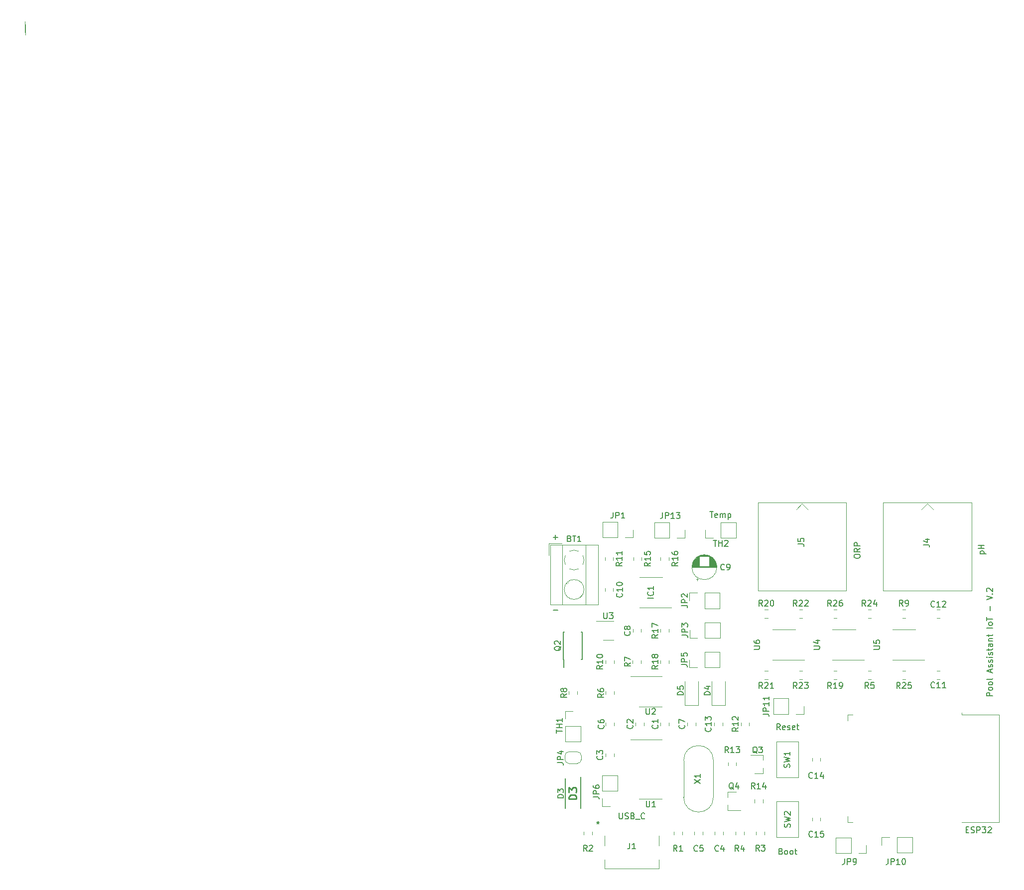
<source format=gbr>
G04 #@! TF.GenerationSoftware,KiCad,Pcbnew,(5.1.2)-1*
G04 #@! TF.CreationDate,2022-09-30T12:45:32-03:00*
G04 #@! TF.ProjectId,esp32,65737033-322e-46b6-9963-61645f706362,rev?*
G04 #@! TF.SameCoordinates,Original*
G04 #@! TF.FileFunction,Legend,Top*
G04 #@! TF.FilePolarity,Positive*
%FSLAX46Y46*%
G04 Gerber Fmt 4.6, Leading zero omitted, Abs format (unit mm)*
G04 Created by KiCad (PCBNEW (5.1.2)-1) date 2022-09-30 12:45:32*
%MOMM*%
%LPD*%
G04 APERTURE LIST*
%ADD10C,0.150000*%
%ADD11C,0.120000*%
%ADD12C,0.200000*%
%ADD13C,0.254000*%
G04 APERTURE END LIST*
D10*
X116406666Y-82582380D02*
X116978095Y-82582380D01*
X116692380Y-83582380D02*
X116692380Y-82582380D01*
X117692380Y-83534761D02*
X117597142Y-83582380D01*
X117406666Y-83582380D01*
X117311428Y-83534761D01*
X117263809Y-83439523D01*
X117263809Y-83058571D01*
X117311428Y-82963333D01*
X117406666Y-82915714D01*
X117597142Y-82915714D01*
X117692380Y-82963333D01*
X117740000Y-83058571D01*
X117740000Y-83153809D01*
X117263809Y-83249047D01*
X118168571Y-83582380D02*
X118168571Y-82915714D01*
X118168571Y-83010952D02*
X118216190Y-82963333D01*
X118311428Y-82915714D01*
X118454285Y-82915714D01*
X118549523Y-82963333D01*
X118597142Y-83058571D01*
X118597142Y-83582380D01*
X118597142Y-83058571D02*
X118644761Y-82963333D01*
X118740000Y-82915714D01*
X118882857Y-82915714D01*
X118978095Y-82963333D01*
X119025714Y-83058571D01*
X119025714Y-83582380D01*
X119501904Y-82915714D02*
X119501904Y-83915714D01*
X119501904Y-82963333D02*
X119597142Y-82915714D01*
X119787619Y-82915714D01*
X119882857Y-82963333D01*
X119930476Y-83010952D01*
X119978095Y-83106190D01*
X119978095Y-83391904D01*
X119930476Y-83487142D01*
X119882857Y-83534761D01*
X119787619Y-83582380D01*
X119597142Y-83582380D01*
X119501904Y-83534761D01*
X91532380Y-131248095D02*
X90532380Y-131248095D01*
X90532380Y-131010000D01*
X90580000Y-130867142D01*
X90675238Y-130771904D01*
X90770476Y-130724285D01*
X90960952Y-130676666D01*
X91103809Y-130676666D01*
X91294285Y-130724285D01*
X91389523Y-130771904D01*
X91484761Y-130867142D01*
X91532380Y-131010000D01*
X91532380Y-131248095D01*
X90532380Y-130343333D02*
X90532380Y-129724285D01*
X90913333Y-130057619D01*
X90913333Y-129914761D01*
X90960952Y-129819523D01*
X91008571Y-129771904D01*
X91103809Y-129724285D01*
X91341904Y-129724285D01*
X91437142Y-129771904D01*
X91484761Y-129819523D01*
X91532380Y-129914761D01*
X91532380Y-130200476D01*
X91484761Y-130295714D01*
X91437142Y-130343333D01*
X162345714Y-89765095D02*
X163345714Y-89765095D01*
X162393333Y-89765095D02*
X162345714Y-89669857D01*
X162345714Y-89479380D01*
X162393333Y-89384142D01*
X162440952Y-89336523D01*
X162536190Y-89288904D01*
X162821904Y-89288904D01*
X162917142Y-89336523D01*
X162964761Y-89384142D01*
X163012380Y-89479380D01*
X163012380Y-89669857D01*
X162964761Y-89765095D01*
X163012380Y-88860333D02*
X162012380Y-88860333D01*
X162488571Y-88860333D02*
X162488571Y-88288904D01*
X163012380Y-88288904D02*
X162012380Y-88288904D01*
X140930380Y-90249238D02*
X140930380Y-90058761D01*
X140978000Y-89963523D01*
X141073238Y-89868285D01*
X141263714Y-89820666D01*
X141597047Y-89820666D01*
X141787523Y-89868285D01*
X141882761Y-89963523D01*
X141930380Y-90058761D01*
X141930380Y-90249238D01*
X141882761Y-90344476D01*
X141787523Y-90439714D01*
X141597047Y-90487333D01*
X141263714Y-90487333D01*
X141073238Y-90439714D01*
X140978000Y-90344476D01*
X140930380Y-90249238D01*
X141930380Y-88820666D02*
X141454190Y-89154000D01*
X141930380Y-89392095D02*
X140930380Y-89392095D01*
X140930380Y-89011142D01*
X140978000Y-88915904D01*
X141025619Y-88868285D01*
X141120857Y-88820666D01*
X141263714Y-88820666D01*
X141358952Y-88868285D01*
X141406571Y-88915904D01*
X141454190Y-89011142D01*
X141454190Y-89392095D01*
X141930380Y-88392095D02*
X140930380Y-88392095D01*
X140930380Y-88011142D01*
X140978000Y-87915904D01*
X141025619Y-87868285D01*
X141120857Y-87820666D01*
X141263714Y-87820666D01*
X141358952Y-87868285D01*
X141406571Y-87915904D01*
X141454190Y-88011142D01*
X141454190Y-88392095D01*
X128490952Y-140328571D02*
X128633809Y-140376190D01*
X128681428Y-140423809D01*
X128729047Y-140519047D01*
X128729047Y-140661904D01*
X128681428Y-140757142D01*
X128633809Y-140804761D01*
X128538571Y-140852380D01*
X128157619Y-140852380D01*
X128157619Y-139852380D01*
X128490952Y-139852380D01*
X128586190Y-139900000D01*
X128633809Y-139947619D01*
X128681428Y-140042857D01*
X128681428Y-140138095D01*
X128633809Y-140233333D01*
X128586190Y-140280952D01*
X128490952Y-140328571D01*
X128157619Y-140328571D01*
X129300476Y-140852380D02*
X129205238Y-140804761D01*
X129157619Y-140757142D01*
X129110000Y-140661904D01*
X129110000Y-140376190D01*
X129157619Y-140280952D01*
X129205238Y-140233333D01*
X129300476Y-140185714D01*
X129443333Y-140185714D01*
X129538571Y-140233333D01*
X129586190Y-140280952D01*
X129633809Y-140376190D01*
X129633809Y-140661904D01*
X129586190Y-140757142D01*
X129538571Y-140804761D01*
X129443333Y-140852380D01*
X129300476Y-140852380D01*
X130205238Y-140852380D02*
X130110000Y-140804761D01*
X130062380Y-140757142D01*
X130014761Y-140661904D01*
X130014761Y-140376190D01*
X130062380Y-140280952D01*
X130110000Y-140233333D01*
X130205238Y-140185714D01*
X130348095Y-140185714D01*
X130443333Y-140233333D01*
X130490952Y-140280952D01*
X130538571Y-140376190D01*
X130538571Y-140661904D01*
X130490952Y-140757142D01*
X130443333Y-140804761D01*
X130348095Y-140852380D01*
X130205238Y-140852380D01*
X130824285Y-140185714D02*
X131205238Y-140185714D01*
X130967142Y-139852380D02*
X130967142Y-140709523D01*
X131014761Y-140804761D01*
X131110000Y-140852380D01*
X131205238Y-140852380D01*
D11*
X50000Y-1550000D02*
X50000Y250000D01*
X-60000Y-1100000D02*
X-60000Y750000D01*
D10*
X164452380Y-113912857D02*
X163452380Y-113912857D01*
X163452380Y-113531904D01*
X163500000Y-113436666D01*
X163547619Y-113389047D01*
X163642857Y-113341428D01*
X163785714Y-113341428D01*
X163880952Y-113389047D01*
X163928571Y-113436666D01*
X163976190Y-113531904D01*
X163976190Y-113912857D01*
X164452380Y-112770000D02*
X164404761Y-112865238D01*
X164357142Y-112912857D01*
X164261904Y-112960476D01*
X163976190Y-112960476D01*
X163880952Y-112912857D01*
X163833333Y-112865238D01*
X163785714Y-112770000D01*
X163785714Y-112627142D01*
X163833333Y-112531904D01*
X163880952Y-112484285D01*
X163976190Y-112436666D01*
X164261904Y-112436666D01*
X164357142Y-112484285D01*
X164404761Y-112531904D01*
X164452380Y-112627142D01*
X164452380Y-112770000D01*
X164452380Y-111865238D02*
X164404761Y-111960476D01*
X164357142Y-112008095D01*
X164261904Y-112055714D01*
X163976190Y-112055714D01*
X163880952Y-112008095D01*
X163833333Y-111960476D01*
X163785714Y-111865238D01*
X163785714Y-111722380D01*
X163833333Y-111627142D01*
X163880952Y-111579523D01*
X163976190Y-111531904D01*
X164261904Y-111531904D01*
X164357142Y-111579523D01*
X164404761Y-111627142D01*
X164452380Y-111722380D01*
X164452380Y-111865238D01*
X164452380Y-110960476D02*
X164404761Y-111055714D01*
X164309523Y-111103333D01*
X163452380Y-111103333D01*
X164166666Y-109865238D02*
X164166666Y-109389047D01*
X164452380Y-109960476D02*
X163452380Y-109627142D01*
X164452380Y-109293809D01*
X164404761Y-109008095D02*
X164452380Y-108912857D01*
X164452380Y-108722380D01*
X164404761Y-108627142D01*
X164309523Y-108579523D01*
X164261904Y-108579523D01*
X164166666Y-108627142D01*
X164119047Y-108722380D01*
X164119047Y-108865238D01*
X164071428Y-108960476D01*
X163976190Y-109008095D01*
X163928571Y-109008095D01*
X163833333Y-108960476D01*
X163785714Y-108865238D01*
X163785714Y-108722380D01*
X163833333Y-108627142D01*
X164404761Y-108198571D02*
X164452380Y-108103333D01*
X164452380Y-107912857D01*
X164404761Y-107817619D01*
X164309523Y-107770000D01*
X164261904Y-107770000D01*
X164166666Y-107817619D01*
X164119047Y-107912857D01*
X164119047Y-108055714D01*
X164071428Y-108150952D01*
X163976190Y-108198571D01*
X163928571Y-108198571D01*
X163833333Y-108150952D01*
X163785714Y-108055714D01*
X163785714Y-107912857D01*
X163833333Y-107817619D01*
X164452380Y-107341428D02*
X163785714Y-107341428D01*
X163452380Y-107341428D02*
X163500000Y-107389047D01*
X163547619Y-107341428D01*
X163500000Y-107293809D01*
X163452380Y-107341428D01*
X163547619Y-107341428D01*
X164404761Y-106912857D02*
X164452380Y-106817619D01*
X164452380Y-106627142D01*
X164404761Y-106531904D01*
X164309523Y-106484285D01*
X164261904Y-106484285D01*
X164166666Y-106531904D01*
X164119047Y-106627142D01*
X164119047Y-106770000D01*
X164071428Y-106865238D01*
X163976190Y-106912857D01*
X163928571Y-106912857D01*
X163833333Y-106865238D01*
X163785714Y-106770000D01*
X163785714Y-106627142D01*
X163833333Y-106531904D01*
X163785714Y-106198571D02*
X163785714Y-105817619D01*
X163452380Y-106055714D02*
X164309523Y-106055714D01*
X164404761Y-106008095D01*
X164452380Y-105912857D01*
X164452380Y-105817619D01*
X164452380Y-105055714D02*
X163928571Y-105055714D01*
X163833333Y-105103333D01*
X163785714Y-105198571D01*
X163785714Y-105389047D01*
X163833333Y-105484285D01*
X164404761Y-105055714D02*
X164452380Y-105150952D01*
X164452380Y-105389047D01*
X164404761Y-105484285D01*
X164309523Y-105531904D01*
X164214285Y-105531904D01*
X164119047Y-105484285D01*
X164071428Y-105389047D01*
X164071428Y-105150952D01*
X164023809Y-105055714D01*
X163785714Y-104579523D02*
X164452380Y-104579523D01*
X163880952Y-104579523D02*
X163833333Y-104531904D01*
X163785714Y-104436666D01*
X163785714Y-104293809D01*
X163833333Y-104198571D01*
X163928571Y-104150952D01*
X164452380Y-104150952D01*
X163785714Y-103817619D02*
X163785714Y-103436666D01*
X163452380Y-103674761D02*
X164309523Y-103674761D01*
X164404761Y-103627142D01*
X164452380Y-103531904D01*
X164452380Y-103436666D01*
X164452380Y-102341428D02*
X163452380Y-102341428D01*
X164452380Y-101722380D02*
X164404761Y-101817619D01*
X164357142Y-101865238D01*
X164261904Y-101912857D01*
X163976190Y-101912857D01*
X163880952Y-101865238D01*
X163833333Y-101817619D01*
X163785714Y-101722380D01*
X163785714Y-101579523D01*
X163833333Y-101484285D01*
X163880952Y-101436666D01*
X163976190Y-101389047D01*
X164261904Y-101389047D01*
X164357142Y-101436666D01*
X164404761Y-101484285D01*
X164452380Y-101579523D01*
X164452380Y-101722380D01*
X163452380Y-101103333D02*
X163452380Y-100531904D01*
X164452380Y-100817619D02*
X163452380Y-100817619D01*
X164071428Y-99436666D02*
X164071428Y-98674761D01*
X163452380Y-97579523D02*
X164452380Y-97246190D01*
X163452380Y-96912857D01*
X164357142Y-96579523D02*
X164404761Y-96531904D01*
X164452380Y-96579523D01*
X164404761Y-96627142D01*
X164357142Y-96579523D01*
X164452380Y-96579523D01*
X163547619Y-96150952D02*
X163500000Y-96103333D01*
X163452380Y-96008095D01*
X163452380Y-95770000D01*
X163500000Y-95674761D01*
X163547619Y-95627142D01*
X163642857Y-95579523D01*
X163738095Y-95579523D01*
X163880952Y-95627142D01*
X164452380Y-96198571D01*
X164452380Y-95579523D01*
X89839047Y-99326428D02*
X90600952Y-99326428D01*
X89799047Y-86936428D02*
X90560952Y-86936428D01*
X90180000Y-87317380D02*
X90180000Y-86555476D01*
X128371904Y-119662380D02*
X128038571Y-119186190D01*
X127800476Y-119662380D02*
X127800476Y-118662380D01*
X128181428Y-118662380D01*
X128276666Y-118710000D01*
X128324285Y-118757619D01*
X128371904Y-118852857D01*
X128371904Y-118995714D01*
X128324285Y-119090952D01*
X128276666Y-119138571D01*
X128181428Y-119186190D01*
X127800476Y-119186190D01*
X129181428Y-119614761D02*
X129086190Y-119662380D01*
X128895714Y-119662380D01*
X128800476Y-119614761D01*
X128752857Y-119519523D01*
X128752857Y-119138571D01*
X128800476Y-119043333D01*
X128895714Y-118995714D01*
X129086190Y-118995714D01*
X129181428Y-119043333D01*
X129229047Y-119138571D01*
X129229047Y-119233809D01*
X128752857Y-119329047D01*
X129610000Y-119614761D02*
X129705238Y-119662380D01*
X129895714Y-119662380D01*
X129990952Y-119614761D01*
X130038571Y-119519523D01*
X130038571Y-119471904D01*
X129990952Y-119376666D01*
X129895714Y-119329047D01*
X129752857Y-119329047D01*
X129657619Y-119281428D01*
X129610000Y-119186190D01*
X129610000Y-119138571D01*
X129657619Y-119043333D01*
X129752857Y-118995714D01*
X129895714Y-118995714D01*
X129990952Y-119043333D01*
X130848095Y-119614761D02*
X130752857Y-119662380D01*
X130562380Y-119662380D01*
X130467142Y-119614761D01*
X130419523Y-119519523D01*
X130419523Y-119138571D01*
X130467142Y-119043333D01*
X130562380Y-118995714D01*
X130752857Y-118995714D01*
X130848095Y-119043333D01*
X130895714Y-119138571D01*
X130895714Y-119233809D01*
X130419523Y-119329047D01*
X131181428Y-118995714D02*
X131562380Y-118995714D01*
X131324285Y-118662380D02*
X131324285Y-119519523D01*
X131371904Y-119614761D01*
X131467142Y-119662380D01*
X131562380Y-119662380D01*
D11*
X98526600Y-143243300D02*
X107721400Y-143243300D01*
X107721400Y-143243300D02*
X107721400Y-141712293D01*
X98526600Y-137684692D02*
X98526600Y-139339109D01*
X98526600Y-141712293D02*
X98526600Y-143243300D01*
X107721400Y-139339109D02*
X107721400Y-137684692D01*
X139200000Y-102650000D02*
X137250000Y-102650000D01*
X139200000Y-102650000D02*
X141150000Y-102650000D01*
X139200000Y-107770000D02*
X137250000Y-107770000D01*
X139200000Y-107770000D02*
X142650000Y-107770000D01*
X149138748Y-111110000D02*
X149661252Y-111110000D01*
X149138748Y-109690000D02*
X149661252Y-109690000D01*
X159190000Y-117118000D02*
X159190000Y-116738000D01*
X165610000Y-117118000D02*
X159190000Y-117118000D01*
X165610000Y-135358000D02*
X159190000Y-135358000D01*
X165610000Y-117118000D02*
X165610000Y-135358000D01*
X139865000Y-135358000D02*
X139865000Y-134358000D01*
X140645000Y-135358000D02*
X139865000Y-135358000D01*
X139865000Y-117118000D02*
X139865000Y-118118000D01*
X140645000Y-117118000D02*
X139865000Y-117118000D01*
X114415000Y-115460000D02*
X114415000Y-111400000D01*
X112145000Y-115460000D02*
X114415000Y-115460000D01*
X112145000Y-111400000D02*
X112145000Y-115460000D01*
X118975000Y-115460000D02*
X118975000Y-111400000D01*
X116705000Y-115460000D02*
X118975000Y-115460000D01*
X116705000Y-111400000D02*
X116705000Y-115460000D01*
X129030000Y-102650000D02*
X127080000Y-102650000D01*
X129030000Y-102650000D02*
X130980000Y-102650000D01*
X129030000Y-107770000D02*
X127080000Y-107770000D01*
X129030000Y-107770000D02*
X132480000Y-107770000D01*
X132380000Y-115670000D02*
X132380000Y-117000000D01*
X132380000Y-117000000D02*
X131050000Y-117000000D01*
X129780000Y-117000000D02*
X127180000Y-117000000D01*
X127180000Y-114340000D02*
X127180000Y-117000000D01*
X129780000Y-114340000D02*
X127180000Y-114340000D01*
X129780000Y-114340000D02*
X129780000Y-117000000D01*
X112910000Y-97700000D02*
X112910000Y-96370000D01*
X112910000Y-96370000D02*
X114240000Y-96370000D01*
X115510000Y-96370000D02*
X118110000Y-96370000D01*
X118110000Y-99030000D02*
X118110000Y-96370000D01*
X115510000Y-99030000D02*
X118110000Y-99030000D01*
X115510000Y-99030000D02*
X115510000Y-96370000D01*
X125410000Y-132061252D02*
X125410000Y-131538748D01*
X123990000Y-132061252D02*
X123990000Y-131538748D01*
X111951000Y-124880000D02*
X111951000Y-131130000D01*
X117001000Y-124880000D02*
X117001000Y-131130000D01*
X111951000Y-131130000D02*
G75*
G03X117001000Y-131130000I2525000J0D01*
G01*
X111951000Y-124880000D02*
G75*
G02X117001000Y-124880000I2525000J0D01*
G01*
X114075000Y-94089801D02*
X114475000Y-94089801D01*
X114275000Y-94289801D02*
X114275000Y-93889801D01*
X115100000Y-89939000D02*
X115840000Y-89939000D01*
X114933000Y-89979000D02*
X116007000Y-89979000D01*
X114806000Y-90019000D02*
X116134000Y-90019000D01*
X114702000Y-90059000D02*
X116238000Y-90059000D01*
X114611000Y-90099000D02*
X116329000Y-90099000D01*
X114530000Y-90139000D02*
X116410000Y-90139000D01*
X114457000Y-90179000D02*
X116483000Y-90179000D01*
X116310000Y-90219000D02*
X116550000Y-90219000D01*
X114390000Y-90219000D02*
X114630000Y-90219000D01*
X116310000Y-90259000D02*
X116612000Y-90259000D01*
X114328000Y-90259000D02*
X114630000Y-90259000D01*
X116310000Y-90299000D02*
X116670000Y-90299000D01*
X114270000Y-90299000D02*
X114630000Y-90299000D01*
X116310000Y-90339000D02*
X116724000Y-90339000D01*
X114216000Y-90339000D02*
X114630000Y-90339000D01*
X116310000Y-90379000D02*
X116774000Y-90379000D01*
X114166000Y-90379000D02*
X114630000Y-90379000D01*
X116310000Y-90419000D02*
X116821000Y-90419000D01*
X114119000Y-90419000D02*
X114630000Y-90419000D01*
X116310000Y-90459000D02*
X116866000Y-90459000D01*
X114074000Y-90459000D02*
X114630000Y-90459000D01*
X116310000Y-90499000D02*
X116908000Y-90499000D01*
X114032000Y-90499000D02*
X114630000Y-90499000D01*
X116310000Y-90539000D02*
X116948000Y-90539000D01*
X113992000Y-90539000D02*
X114630000Y-90539000D01*
X116310000Y-90579000D02*
X116986000Y-90579000D01*
X113954000Y-90579000D02*
X114630000Y-90579000D01*
X116310000Y-90619000D02*
X117022000Y-90619000D01*
X113918000Y-90619000D02*
X114630000Y-90619000D01*
X116310000Y-90659000D02*
X117057000Y-90659000D01*
X113883000Y-90659000D02*
X114630000Y-90659000D01*
X116310000Y-90699000D02*
X117089000Y-90699000D01*
X113851000Y-90699000D02*
X114630000Y-90699000D01*
X116310000Y-90739000D02*
X117120000Y-90739000D01*
X113820000Y-90739000D02*
X114630000Y-90739000D01*
X116310000Y-90779000D02*
X117150000Y-90779000D01*
X113790000Y-90779000D02*
X114630000Y-90779000D01*
X116310000Y-90819000D02*
X117178000Y-90819000D01*
X113762000Y-90819000D02*
X114630000Y-90819000D01*
X116310000Y-90859000D02*
X117205000Y-90859000D01*
X113735000Y-90859000D02*
X114630000Y-90859000D01*
X116310000Y-90899000D02*
X117230000Y-90899000D01*
X113710000Y-90899000D02*
X114630000Y-90899000D01*
X116310000Y-90939000D02*
X117255000Y-90939000D01*
X113685000Y-90939000D02*
X114630000Y-90939000D01*
X116310000Y-90979000D02*
X117278000Y-90979000D01*
X113662000Y-90979000D02*
X114630000Y-90979000D01*
X116310000Y-91019000D02*
X117300000Y-91019000D01*
X113640000Y-91019000D02*
X114630000Y-91019000D01*
X116310000Y-91059000D02*
X117321000Y-91059000D01*
X113619000Y-91059000D02*
X114630000Y-91059000D01*
X116310000Y-91099000D02*
X117340000Y-91099000D01*
X113600000Y-91099000D02*
X114630000Y-91099000D01*
X116310000Y-91139000D02*
X117359000Y-91139000D01*
X113581000Y-91139000D02*
X114630000Y-91139000D01*
X116310000Y-91179000D02*
X117377000Y-91179000D01*
X113563000Y-91179000D02*
X114630000Y-91179000D01*
X116310000Y-91219000D02*
X117394000Y-91219000D01*
X113546000Y-91219000D02*
X114630000Y-91219000D01*
X116310000Y-91259000D02*
X117410000Y-91259000D01*
X113530000Y-91259000D02*
X114630000Y-91259000D01*
X116310000Y-91299000D02*
X117424000Y-91299000D01*
X113516000Y-91299000D02*
X114630000Y-91299000D01*
X116310000Y-91340000D02*
X117438000Y-91340000D01*
X113502000Y-91340000D02*
X114630000Y-91340000D01*
X116310000Y-91380000D02*
X117452000Y-91380000D01*
X113488000Y-91380000D02*
X114630000Y-91380000D01*
X116310000Y-91420000D02*
X117464000Y-91420000D01*
X113476000Y-91420000D02*
X114630000Y-91420000D01*
X116310000Y-91460000D02*
X117475000Y-91460000D01*
X113465000Y-91460000D02*
X114630000Y-91460000D01*
X116310000Y-91500000D02*
X117486000Y-91500000D01*
X113454000Y-91500000D02*
X114630000Y-91500000D01*
X116310000Y-91540000D02*
X117495000Y-91540000D01*
X113445000Y-91540000D02*
X114630000Y-91540000D01*
X116310000Y-91580000D02*
X117504000Y-91580000D01*
X113436000Y-91580000D02*
X114630000Y-91580000D01*
X116310000Y-91620000D02*
X117512000Y-91620000D01*
X113428000Y-91620000D02*
X114630000Y-91620000D01*
X116310000Y-91660000D02*
X117520000Y-91660000D01*
X113420000Y-91660000D02*
X114630000Y-91660000D01*
X116310000Y-91700000D02*
X117526000Y-91700000D01*
X113414000Y-91700000D02*
X114630000Y-91700000D01*
X116310000Y-91740000D02*
X117532000Y-91740000D01*
X113408000Y-91740000D02*
X114630000Y-91740000D01*
X116310000Y-91780000D02*
X117537000Y-91780000D01*
X113403000Y-91780000D02*
X114630000Y-91780000D01*
X116310000Y-91820000D02*
X117541000Y-91820000D01*
X113399000Y-91820000D02*
X114630000Y-91820000D01*
X113396000Y-91860000D02*
X117544000Y-91860000D01*
X113393000Y-91900000D02*
X117547000Y-91900000D01*
X113391000Y-91940000D02*
X117549000Y-91940000D01*
X113390000Y-91980000D02*
X117550000Y-91980000D01*
X113390000Y-92020000D02*
X117550000Y-92020000D01*
X117590000Y-92020000D02*
G75*
G03X117590000Y-92020000I-2120000J0D01*
G01*
D10*
X91560000Y-107695000D02*
X91560000Y-109045000D01*
X94710000Y-107695000D02*
X94710000Y-103045000D01*
X91460000Y-107695000D02*
X91460000Y-103045000D01*
X94710000Y-107695000D02*
X94510000Y-107695000D01*
X94710000Y-103045000D02*
X94510000Y-103045000D01*
X91460000Y-103045000D02*
X91660000Y-103045000D01*
X91460000Y-107695000D02*
X91560000Y-107695000D01*
D11*
X93860000Y-125400000D02*
X92460000Y-125400000D01*
X91760000Y-124700000D02*
X91760000Y-124100000D01*
X92460000Y-123400000D02*
X93860000Y-123400000D01*
X94560000Y-124100000D02*
X94560000Y-124700000D01*
X94560000Y-124700000D02*
G75*
G02X93860000Y-125400000I-700000J0D01*
G01*
X93860000Y-123400000D02*
G75*
G02X94560000Y-124100000I0J-700000D01*
G01*
X91760000Y-124100000D02*
G75*
G02X92460000Y-123400000I700000J0D01*
G01*
X92460000Y-125400000D02*
G75*
G02X91760000Y-124700000I0J700000D01*
G01*
D12*
X91862000Y-127980000D02*
X91862000Y-133020000D01*
X94458000Y-133020000D02*
X94458000Y-127675000D01*
D11*
X103390000Y-90318748D02*
X103390000Y-90841252D01*
X104810000Y-90318748D02*
X104810000Y-90841252D01*
X100040000Y-101220000D02*
X97090000Y-101220000D01*
X98240000Y-104440000D02*
X100040000Y-104440000D01*
X96390000Y-137499252D02*
X96390000Y-136976748D01*
X94970000Y-137499252D02*
X94970000Y-136976748D01*
X111708000Y-137499252D02*
X111708000Y-136976748D01*
X110288000Y-137499252D02*
X110288000Y-136976748D01*
X112160000Y-85730000D02*
X112160000Y-87060000D01*
X112160000Y-87060000D02*
X110830000Y-87060000D01*
X109560000Y-87060000D02*
X106960000Y-87060000D01*
X106960000Y-84400000D02*
X106960000Y-87060000D01*
X109560000Y-84400000D02*
X106960000Y-84400000D01*
X109560000Y-84400000D02*
X109560000Y-87060000D01*
X145609000Y-139255500D02*
X145609000Y-137925500D01*
X145609000Y-137925500D02*
X146939000Y-137925500D01*
X148209000Y-137925500D02*
X150809000Y-137925500D01*
X150809000Y-140585500D02*
X150809000Y-137925500D01*
X148209000Y-140585500D02*
X150809000Y-140585500D01*
X148209000Y-140585500D02*
X148209000Y-137925500D01*
X142998500Y-139319000D02*
X142998500Y-140649000D01*
X142998500Y-140649000D02*
X141668500Y-140649000D01*
X140398500Y-140649000D02*
X137798500Y-140649000D01*
X137798500Y-137989000D02*
X137798500Y-140649000D01*
X140398500Y-137989000D02*
X137798500Y-137989000D01*
X140398500Y-137989000D02*
X140398500Y-140649000D01*
X100750000Y-130070000D02*
X98090000Y-130070000D01*
X100750000Y-130070000D02*
X100750000Y-127470000D01*
X100750000Y-127470000D02*
X98090000Y-127470000D01*
X98090000Y-130070000D02*
X98090000Y-127470000D01*
X98090000Y-132670000D02*
X98090000Y-131340000D01*
X99420000Y-132670000D02*
X98090000Y-132670000D01*
X127760000Y-121690000D02*
X131460000Y-121690000D01*
X127760000Y-127810000D02*
X127760000Y-121690000D01*
X131460000Y-127810000D02*
X127760000Y-127810000D01*
X131460000Y-121690000D02*
X131460000Y-127810000D01*
X132080000Y-81226000D02*
X133080000Y-82226000D01*
X132080000Y-81226000D02*
X131080000Y-82226000D01*
X124580000Y-96026000D02*
X124580000Y-81026000D01*
X139580000Y-96026000D02*
X124580000Y-96026000D01*
X139580000Y-81026000D02*
X139580000Y-96026000D01*
X124580000Y-81026000D02*
X139580000Y-81026000D01*
X153386000Y-81226000D02*
X154386000Y-82226000D01*
X153386000Y-81226000D02*
X152386000Y-82226000D01*
X145886000Y-96026000D02*
X145886000Y-81026000D01*
X160886000Y-96026000D02*
X145886000Y-96026000D01*
X160886000Y-81026000D02*
X160886000Y-96026000D01*
X145886000Y-81026000D02*
X160886000Y-81026000D01*
X106340000Y-121330000D02*
X102890000Y-121330000D01*
X106340000Y-121330000D02*
X108290000Y-121330000D01*
X106340000Y-131450000D02*
X104390000Y-131450000D01*
X106340000Y-131450000D02*
X108290000Y-131450000D01*
X149400000Y-107770000D02*
X152850000Y-107770000D01*
X149400000Y-107770000D02*
X147450000Y-107770000D01*
X149400000Y-102650000D02*
X151350000Y-102650000D01*
X149400000Y-102650000D02*
X147450000Y-102650000D01*
X115660000Y-87060000D02*
X115660000Y-85730000D01*
X116990000Y-87060000D02*
X115660000Y-87060000D01*
X118260000Y-87060000D02*
X118260000Y-84400000D01*
X118260000Y-84400000D02*
X120860000Y-84400000D01*
X118260000Y-87060000D02*
X120860000Y-87060000D01*
X120860000Y-87060000D02*
X120860000Y-84400000D01*
X91810000Y-116470000D02*
X93140000Y-116470000D01*
X91810000Y-117800000D02*
X91810000Y-116470000D01*
X91810000Y-119070000D02*
X94470000Y-119070000D01*
X94470000Y-119070000D02*
X94470000Y-121670000D01*
X91810000Y-119070000D02*
X91810000Y-121670000D01*
X91810000Y-121670000D02*
X94470000Y-121670000D01*
X131460000Y-137960000D02*
X127760000Y-137960000D01*
X131460000Y-131840000D02*
X131460000Y-137960000D01*
X127760000Y-131840000D02*
X131460000Y-131840000D01*
X127760000Y-137960000D02*
X127760000Y-131840000D01*
X137961252Y-99250000D02*
X137438748Y-99250000D01*
X137961252Y-100670000D02*
X137438748Y-100670000D01*
X143288748Y-100670000D02*
X143811252Y-100670000D01*
X143288748Y-99250000D02*
X143811252Y-99250000D01*
X132111252Y-109690000D02*
X131588748Y-109690000D01*
X132111252Y-111110000D02*
X131588748Y-111110000D01*
X132111252Y-99250000D02*
X131588748Y-99250000D01*
X132111252Y-100670000D02*
X131588748Y-100670000D01*
X125738748Y-111110000D02*
X126261252Y-111110000D01*
X125738748Y-109690000D02*
X126261252Y-109690000D01*
X126261252Y-99250000D02*
X125738748Y-99250000D01*
X126261252Y-100670000D02*
X125738748Y-100670000D01*
X137961252Y-111110000D02*
X137438748Y-111110000D01*
X137961252Y-109690000D02*
X137438748Y-109690000D01*
X108010000Y-107849748D02*
X108010000Y-108372252D01*
X109430000Y-107849748D02*
X109430000Y-108372252D01*
X108010000Y-103091252D02*
X108010000Y-102568748D01*
X109430000Y-103091252D02*
X109430000Y-102568748D01*
X149661252Y-99250000D02*
X149138748Y-99250000D01*
X149661252Y-100670000D02*
X149138748Y-100670000D01*
X143288748Y-111110000D02*
X143811252Y-111110000D01*
X143288748Y-109690000D02*
X143811252Y-109690000D01*
X112920000Y-109080000D02*
X112920000Y-107750000D01*
X114250000Y-109080000D02*
X112920000Y-109080000D01*
X115520000Y-109080000D02*
X115520000Y-106420000D01*
X115520000Y-106420000D02*
X118120000Y-106420000D01*
X115520000Y-109080000D02*
X118120000Y-109080000D01*
X118120000Y-109080000D02*
X118120000Y-106420000D01*
X118170000Y-104060000D02*
X118170000Y-101400000D01*
X115570000Y-104060000D02*
X118170000Y-104060000D01*
X115570000Y-101400000D02*
X118170000Y-101400000D01*
X115570000Y-104060000D02*
X115570000Y-101400000D01*
X114300000Y-104060000D02*
X112970000Y-104060000D01*
X112970000Y-104060000D02*
X112970000Y-102730000D01*
X106380000Y-98865000D02*
X109830000Y-98865000D01*
X106380000Y-98865000D02*
X104430000Y-98865000D01*
X106380000Y-93745000D02*
X108330000Y-93745000D01*
X106380000Y-93745000D02*
X104430000Y-93745000D01*
X108010000Y-90318748D02*
X108010000Y-90841252D01*
X109430000Y-90318748D02*
X109430000Y-90841252D01*
X117130000Y-118428748D02*
X117130000Y-118951252D01*
X118550000Y-118428748D02*
X118550000Y-118951252D01*
X121690000Y-118418748D02*
X121690000Y-118941252D01*
X123110000Y-118418748D02*
X123110000Y-118941252D01*
X100130000Y-113138748D02*
X100130000Y-113661252D01*
X98710000Y-113138748D02*
X98710000Y-113661252D01*
X89030000Y-88015000D02*
X89030000Y-90015000D01*
X91270000Y-88015000D02*
X89030000Y-88015000D01*
X92354000Y-94635000D02*
X92261000Y-94541000D01*
X94605000Y-96885000D02*
X94546000Y-96826000D01*
X92114000Y-94805000D02*
X92056000Y-94746000D01*
X94399000Y-97090000D02*
X94306000Y-96996000D01*
X97390000Y-98375000D02*
X89270000Y-98375000D01*
X97390000Y-88255000D02*
X89270000Y-88255000D01*
X89270000Y-88255000D02*
X89270000Y-98375000D01*
X97390000Y-88255000D02*
X97390000Y-98375000D01*
X95330000Y-88255000D02*
X95330000Y-98375000D01*
X91330000Y-88255000D02*
X91330000Y-98375000D01*
X95010000Y-95815000D02*
G75*
G03X95010000Y-95815000I-1680000J0D01*
G01*
X91649550Y-90844383D02*
G75*
G02X91846000Y-90026000I1680450J29383D01*
G01*
X92540912Y-89331047D02*
G75*
G02X94119000Y-89331000I789088J-1483953D01*
G01*
X94813953Y-90025912D02*
G75*
G02X94814000Y-91604000I-1483953J-789088D01*
G01*
X94119088Y-92298953D02*
G75*
G02X92541000Y-92299000I-789088J1483953D01*
G01*
X91846648Y-91603712D02*
G75*
G02X91650000Y-90815000I1483352J788712D01*
G01*
X104740000Y-102568748D02*
X104740000Y-103091252D01*
X103320000Y-102568748D02*
X103320000Y-103091252D01*
X100130000Y-118946252D02*
X100130000Y-118423748D01*
X98710000Y-118946252D02*
X98710000Y-118423748D01*
X103290000Y-107849748D02*
X103290000Y-108372252D01*
X104710000Y-107849748D02*
X104710000Y-108372252D01*
X92450000Y-113138748D02*
X92450000Y-113661252D01*
X93870000Y-113138748D02*
X93870000Y-113661252D01*
X106340000Y-110615000D02*
X102890000Y-110615000D01*
X106340000Y-110615000D02*
X108290000Y-110615000D01*
X106340000Y-115735000D02*
X104390000Y-115735000D01*
X106340000Y-115735000D02*
X108290000Y-115735000D01*
X103350000Y-85670000D02*
X103350000Y-87000000D01*
X103350000Y-87000000D02*
X102020000Y-87000000D01*
X100750000Y-87000000D02*
X98150000Y-87000000D01*
X98150000Y-84340000D02*
X98150000Y-87000000D01*
X100750000Y-84340000D02*
X98150000Y-84340000D01*
X100750000Y-84340000D02*
X100750000Y-87000000D01*
X113990000Y-118428748D02*
X113990000Y-118951252D01*
X112570000Y-118428748D02*
X112570000Y-118951252D01*
X100000000Y-90318748D02*
X100000000Y-90841252D01*
X98580000Y-90318748D02*
X98580000Y-90841252D01*
X100000000Y-95598748D02*
X100000000Y-96121252D01*
X98580000Y-95598748D02*
X98580000Y-96121252D01*
X100130000Y-107849748D02*
X100130000Y-108372252D01*
X98710000Y-107849748D02*
X98710000Y-108372252D01*
X113766000Y-136976748D02*
X113766000Y-137499252D01*
X115186000Y-136976748D02*
X115186000Y-137499252D01*
X117266000Y-136976748D02*
X117266000Y-137499252D01*
X118686000Y-136976748D02*
X118686000Y-137499252D01*
X103760000Y-118423748D02*
X103760000Y-118946252D01*
X105180000Y-118423748D02*
X105180000Y-118946252D01*
X100130000Y-124231252D02*
X100130000Y-123708748D01*
X98710000Y-124231252D02*
X98710000Y-123708748D01*
X108010000Y-118428748D02*
X108010000Y-118951252D01*
X109430000Y-118428748D02*
X109430000Y-118951252D01*
X155511252Y-100670000D02*
X154988748Y-100670000D01*
X155511252Y-99250000D02*
X154988748Y-99250000D01*
X154988748Y-109690000D02*
X155511252Y-109690000D01*
X154988748Y-111110000D02*
X155511252Y-111110000D01*
X135210000Y-135161252D02*
X135210000Y-134638748D01*
X133790000Y-135161252D02*
X133790000Y-134638748D01*
X125460000Y-127080000D02*
X125460000Y-126150000D01*
X125460000Y-123920000D02*
X125460000Y-124850000D01*
X125460000Y-123920000D02*
X123300000Y-123920000D01*
X125460000Y-127080000D02*
X124000000Y-127080000D01*
X119440000Y-130220000D02*
X119440000Y-131150000D01*
X119440000Y-133380000D02*
X119440000Y-132450000D01*
X119440000Y-133380000D02*
X121600000Y-133380000D01*
X119440000Y-130220000D02*
X120900000Y-130220000D01*
X120910000Y-125238748D02*
X120910000Y-125761252D01*
X119490000Y-125238748D02*
X119490000Y-125761252D01*
X133790000Y-124488748D02*
X133790000Y-125011252D01*
X135210000Y-124488748D02*
X135210000Y-125011252D01*
X124266000Y-137502252D02*
X124266000Y-136979748D01*
X125686000Y-137502252D02*
X125686000Y-136979748D01*
X122186000Y-137502252D02*
X122186000Y-136979748D01*
X120766000Y-137502252D02*
X120766000Y-136979748D01*
D10*
X102786666Y-138912380D02*
X102786666Y-139626666D01*
X102739047Y-139769523D01*
X102643809Y-139864761D01*
X102500952Y-139912380D01*
X102405714Y-139912380D01*
X103786666Y-139912380D02*
X103215238Y-139912380D01*
X103500952Y-139912380D02*
X103500952Y-138912380D01*
X103405714Y-139055238D01*
X103310476Y-139150476D01*
X103215238Y-139198095D01*
X100981142Y-133818380D02*
X100981142Y-134627904D01*
X101028761Y-134723142D01*
X101076380Y-134770761D01*
X101171619Y-134818380D01*
X101362095Y-134818380D01*
X101457333Y-134770761D01*
X101504952Y-134723142D01*
X101552571Y-134627904D01*
X101552571Y-133818380D01*
X101981142Y-134770761D02*
X102124000Y-134818380D01*
X102362095Y-134818380D01*
X102457333Y-134770761D01*
X102504952Y-134723142D01*
X102552571Y-134627904D01*
X102552571Y-134532666D01*
X102504952Y-134437428D01*
X102457333Y-134389809D01*
X102362095Y-134342190D01*
X102171619Y-134294571D01*
X102076380Y-134246952D01*
X102028761Y-134199333D01*
X101981142Y-134104095D01*
X101981142Y-134008857D01*
X102028761Y-133913619D01*
X102076380Y-133866000D01*
X102171619Y-133818380D01*
X102409714Y-133818380D01*
X102552571Y-133866000D01*
X103314476Y-134294571D02*
X103457333Y-134342190D01*
X103504952Y-134389809D01*
X103552571Y-134485047D01*
X103552571Y-134627904D01*
X103504952Y-134723142D01*
X103457333Y-134770761D01*
X103362095Y-134818380D01*
X102981142Y-134818380D01*
X102981142Y-133818380D01*
X103314476Y-133818380D01*
X103409714Y-133866000D01*
X103457333Y-133913619D01*
X103504952Y-134008857D01*
X103504952Y-134104095D01*
X103457333Y-134199333D01*
X103409714Y-134246952D01*
X103314476Y-134294571D01*
X102981142Y-134294571D01*
X103743047Y-134913619D02*
X104504952Y-134913619D01*
X105314476Y-134723142D02*
X105266857Y-134770761D01*
X105124000Y-134818380D01*
X105028761Y-134818380D01*
X104885904Y-134770761D01*
X104790666Y-134675523D01*
X104743047Y-134580285D01*
X104695428Y-134389809D01*
X104695428Y-134246952D01*
X104743047Y-134056476D01*
X104790666Y-133961238D01*
X104885904Y-133866000D01*
X105028761Y-133818380D01*
X105124000Y-133818380D01*
X105266857Y-133866000D01*
X105314476Y-133913619D01*
X97383999Y-135228080D02*
X97383999Y-135466176D01*
X97145903Y-135370938D02*
X97383999Y-135466176D01*
X97622094Y-135370938D01*
X97241141Y-135656652D02*
X97383999Y-135466176D01*
X97526856Y-135656652D01*
X97383999Y-135228080D02*
X97383999Y-135466176D01*
X97145903Y-135370938D02*
X97383999Y-135466176D01*
X97622094Y-135370938D01*
X97241141Y-135656652D02*
X97383999Y-135466176D01*
X97526856Y-135656652D01*
X134080380Y-105971904D02*
X134889904Y-105971904D01*
X134985142Y-105924285D01*
X135032761Y-105876666D01*
X135080380Y-105781428D01*
X135080380Y-105590952D01*
X135032761Y-105495714D01*
X134985142Y-105448095D01*
X134889904Y-105400476D01*
X134080380Y-105400476D01*
X134413714Y-104495714D02*
X135080380Y-104495714D01*
X134032761Y-104733809D02*
X134747047Y-104971904D01*
X134747047Y-104352857D01*
X148757142Y-112630380D02*
X148423809Y-112154190D01*
X148185714Y-112630380D02*
X148185714Y-111630380D01*
X148566666Y-111630380D01*
X148661904Y-111678000D01*
X148709523Y-111725619D01*
X148757142Y-111820857D01*
X148757142Y-111963714D01*
X148709523Y-112058952D01*
X148661904Y-112106571D01*
X148566666Y-112154190D01*
X148185714Y-112154190D01*
X149138095Y-111725619D02*
X149185714Y-111678000D01*
X149280952Y-111630380D01*
X149519047Y-111630380D01*
X149614285Y-111678000D01*
X149661904Y-111725619D01*
X149709523Y-111820857D01*
X149709523Y-111916095D01*
X149661904Y-112058952D01*
X149090476Y-112630380D01*
X149709523Y-112630380D01*
X150614285Y-111630380D02*
X150138095Y-111630380D01*
X150090476Y-112106571D01*
X150138095Y-112058952D01*
X150233333Y-112011333D01*
X150471428Y-112011333D01*
X150566666Y-112058952D01*
X150614285Y-112106571D01*
X150661904Y-112201809D01*
X150661904Y-112439904D01*
X150614285Y-112535142D01*
X150566666Y-112582761D01*
X150471428Y-112630380D01*
X150233333Y-112630380D01*
X150138095Y-112582761D01*
X150090476Y-112535142D01*
X159947142Y-136658571D02*
X160280476Y-136658571D01*
X160423333Y-137182380D02*
X159947142Y-137182380D01*
X159947142Y-136182380D01*
X160423333Y-136182380D01*
X160804285Y-137134761D02*
X160947142Y-137182380D01*
X161185238Y-137182380D01*
X161280476Y-137134761D01*
X161328095Y-137087142D01*
X161375714Y-136991904D01*
X161375714Y-136896666D01*
X161328095Y-136801428D01*
X161280476Y-136753809D01*
X161185238Y-136706190D01*
X160994761Y-136658571D01*
X160899523Y-136610952D01*
X160851904Y-136563333D01*
X160804285Y-136468095D01*
X160804285Y-136372857D01*
X160851904Y-136277619D01*
X160899523Y-136230000D01*
X160994761Y-136182380D01*
X161232857Y-136182380D01*
X161375714Y-136230000D01*
X161804285Y-137182380D02*
X161804285Y-136182380D01*
X162185238Y-136182380D01*
X162280476Y-136230000D01*
X162328095Y-136277619D01*
X162375714Y-136372857D01*
X162375714Y-136515714D01*
X162328095Y-136610952D01*
X162280476Y-136658571D01*
X162185238Y-136706190D01*
X161804285Y-136706190D01*
X162709047Y-136182380D02*
X163328095Y-136182380D01*
X162994761Y-136563333D01*
X163137619Y-136563333D01*
X163232857Y-136610952D01*
X163280476Y-136658571D01*
X163328095Y-136753809D01*
X163328095Y-136991904D01*
X163280476Y-137087142D01*
X163232857Y-137134761D01*
X163137619Y-137182380D01*
X162851904Y-137182380D01*
X162756666Y-137134761D01*
X162709047Y-137087142D01*
X163709047Y-136277619D02*
X163756666Y-136230000D01*
X163851904Y-136182380D01*
X164090000Y-136182380D01*
X164185238Y-136230000D01*
X164232857Y-136277619D01*
X164280476Y-136372857D01*
X164280476Y-136468095D01*
X164232857Y-136610952D01*
X163661428Y-137182380D01*
X164280476Y-137182380D01*
X111912380Y-113738095D02*
X110912380Y-113738095D01*
X110912380Y-113500000D01*
X110960000Y-113357142D01*
X111055238Y-113261904D01*
X111150476Y-113214285D01*
X111340952Y-113166666D01*
X111483809Y-113166666D01*
X111674285Y-113214285D01*
X111769523Y-113261904D01*
X111864761Y-113357142D01*
X111912380Y-113500000D01*
X111912380Y-113738095D01*
X110912380Y-112261904D02*
X110912380Y-112738095D01*
X111388571Y-112785714D01*
X111340952Y-112738095D01*
X111293333Y-112642857D01*
X111293333Y-112404761D01*
X111340952Y-112309523D01*
X111388571Y-112261904D01*
X111483809Y-112214285D01*
X111721904Y-112214285D01*
X111817142Y-112261904D01*
X111864761Y-112309523D01*
X111912380Y-112404761D01*
X111912380Y-112642857D01*
X111864761Y-112738095D01*
X111817142Y-112785714D01*
X116472380Y-113738095D02*
X115472380Y-113738095D01*
X115472380Y-113500000D01*
X115520000Y-113357142D01*
X115615238Y-113261904D01*
X115710476Y-113214285D01*
X115900952Y-113166666D01*
X116043809Y-113166666D01*
X116234285Y-113214285D01*
X116329523Y-113261904D01*
X116424761Y-113357142D01*
X116472380Y-113500000D01*
X116472380Y-113738095D01*
X115805714Y-112309523D02*
X116472380Y-112309523D01*
X115424761Y-112547619D02*
X116139047Y-112785714D01*
X116139047Y-112166666D01*
X123882380Y-105971904D02*
X124691904Y-105971904D01*
X124787142Y-105924285D01*
X124834761Y-105876666D01*
X124882380Y-105781428D01*
X124882380Y-105590952D01*
X124834761Y-105495714D01*
X124787142Y-105448095D01*
X124691904Y-105400476D01*
X123882380Y-105400476D01*
X123882380Y-104495714D02*
X123882380Y-104686190D01*
X123930000Y-104781428D01*
X123977619Y-104829047D01*
X124120476Y-104924285D01*
X124310952Y-104971904D01*
X124691904Y-104971904D01*
X124787142Y-104924285D01*
X124834761Y-104876666D01*
X124882380Y-104781428D01*
X124882380Y-104590952D01*
X124834761Y-104495714D01*
X124787142Y-104448095D01*
X124691904Y-104400476D01*
X124453809Y-104400476D01*
X124358571Y-104448095D01*
X124310952Y-104495714D01*
X124263333Y-104590952D01*
X124263333Y-104781428D01*
X124310952Y-104876666D01*
X124358571Y-104924285D01*
X124453809Y-104971904D01*
X125432380Y-116979523D02*
X126146666Y-116979523D01*
X126289523Y-117027142D01*
X126384761Y-117122380D01*
X126432380Y-117265238D01*
X126432380Y-117360476D01*
X126432380Y-116503333D02*
X125432380Y-116503333D01*
X125432380Y-116122380D01*
X125480000Y-116027142D01*
X125527619Y-115979523D01*
X125622857Y-115931904D01*
X125765714Y-115931904D01*
X125860952Y-115979523D01*
X125908571Y-116027142D01*
X125956190Y-116122380D01*
X125956190Y-116503333D01*
X126432380Y-114979523D02*
X126432380Y-115550952D01*
X126432380Y-115265238D02*
X125432380Y-115265238D01*
X125575238Y-115360476D01*
X125670476Y-115455714D01*
X125718095Y-115550952D01*
X126432380Y-114027142D02*
X126432380Y-114598571D01*
X126432380Y-114312857D02*
X125432380Y-114312857D01*
X125575238Y-114408095D01*
X125670476Y-114503333D01*
X125718095Y-114598571D01*
X111592380Y-98533333D02*
X112306666Y-98533333D01*
X112449523Y-98580952D01*
X112544761Y-98676190D01*
X112592380Y-98819047D01*
X112592380Y-98914285D01*
X112592380Y-98057142D02*
X111592380Y-98057142D01*
X111592380Y-97676190D01*
X111640000Y-97580952D01*
X111687619Y-97533333D01*
X111782857Y-97485714D01*
X111925714Y-97485714D01*
X112020952Y-97533333D01*
X112068571Y-97580952D01*
X112116190Y-97676190D01*
X112116190Y-98057142D01*
X111687619Y-97104761D02*
X111640000Y-97057142D01*
X111592380Y-96961904D01*
X111592380Y-96723809D01*
X111640000Y-96628571D01*
X111687619Y-96580952D01*
X111782857Y-96533333D01*
X111878095Y-96533333D01*
X112020952Y-96580952D01*
X112592380Y-97152380D01*
X112592380Y-96533333D01*
X124047142Y-129692380D02*
X123713809Y-129216190D01*
X123475714Y-129692380D02*
X123475714Y-128692380D01*
X123856666Y-128692380D01*
X123951904Y-128740000D01*
X123999523Y-128787619D01*
X124047142Y-128882857D01*
X124047142Y-129025714D01*
X123999523Y-129120952D01*
X123951904Y-129168571D01*
X123856666Y-129216190D01*
X123475714Y-129216190D01*
X124999523Y-129692380D02*
X124428095Y-129692380D01*
X124713809Y-129692380D02*
X124713809Y-128692380D01*
X124618571Y-128835238D01*
X124523333Y-128930476D01*
X124428095Y-128978095D01*
X125856666Y-129025714D02*
X125856666Y-129692380D01*
X125618571Y-128644761D02*
X125380476Y-129359047D01*
X125999523Y-129359047D01*
X113778380Y-128789523D02*
X114778380Y-128122857D01*
X113778380Y-128122857D02*
X114778380Y-128789523D01*
X114778380Y-127218095D02*
X114778380Y-127789523D01*
X114778380Y-127503809D02*
X113778380Y-127503809D01*
X113921238Y-127599047D01*
X114016476Y-127694285D01*
X114064095Y-127789523D01*
X118863333Y-92407142D02*
X118815714Y-92454761D01*
X118672857Y-92502380D01*
X118577619Y-92502380D01*
X118434761Y-92454761D01*
X118339523Y-92359523D01*
X118291904Y-92264285D01*
X118244285Y-92073809D01*
X118244285Y-91930952D01*
X118291904Y-91740476D01*
X118339523Y-91645238D01*
X118434761Y-91550000D01*
X118577619Y-91502380D01*
X118672857Y-91502380D01*
X118815714Y-91550000D01*
X118863333Y-91597619D01*
X119339523Y-92502380D02*
X119530000Y-92502380D01*
X119625238Y-92454761D01*
X119672857Y-92407142D01*
X119768095Y-92264285D01*
X119815714Y-92073809D01*
X119815714Y-91692857D01*
X119768095Y-91597619D01*
X119720476Y-91550000D01*
X119625238Y-91502380D01*
X119434761Y-91502380D01*
X119339523Y-91550000D01*
X119291904Y-91597619D01*
X119244285Y-91692857D01*
X119244285Y-91930952D01*
X119291904Y-92026190D01*
X119339523Y-92073809D01*
X119434761Y-92121428D01*
X119625238Y-92121428D01*
X119720476Y-92073809D01*
X119768095Y-92026190D01*
X119815714Y-91930952D01*
X91102619Y-105465238D02*
X91055000Y-105560476D01*
X90959761Y-105655714D01*
X90816904Y-105798571D01*
X90769285Y-105893809D01*
X90769285Y-105989047D01*
X91007380Y-105941428D02*
X90959761Y-106036666D01*
X90864523Y-106131904D01*
X90674047Y-106179523D01*
X90340714Y-106179523D01*
X90150238Y-106131904D01*
X90055000Y-106036666D01*
X90007380Y-105941428D01*
X90007380Y-105750952D01*
X90055000Y-105655714D01*
X90150238Y-105560476D01*
X90340714Y-105512857D01*
X90674047Y-105512857D01*
X90864523Y-105560476D01*
X90959761Y-105655714D01*
X91007380Y-105750952D01*
X91007380Y-105941428D01*
X90102619Y-105131904D02*
X90055000Y-105084285D01*
X90007380Y-104989047D01*
X90007380Y-104750952D01*
X90055000Y-104655714D01*
X90102619Y-104608095D01*
X90197857Y-104560476D01*
X90293095Y-104560476D01*
X90435952Y-104608095D01*
X91007380Y-105179523D01*
X91007380Y-104560476D01*
X90502380Y-125233333D02*
X91216666Y-125233333D01*
X91359523Y-125280952D01*
X91454761Y-125376190D01*
X91502380Y-125519047D01*
X91502380Y-125614285D01*
X91502380Y-124757142D02*
X90502380Y-124757142D01*
X90502380Y-124376190D01*
X90550000Y-124280952D01*
X90597619Y-124233333D01*
X90692857Y-124185714D01*
X90835714Y-124185714D01*
X90930952Y-124233333D01*
X90978571Y-124280952D01*
X91026190Y-124376190D01*
X91026190Y-124757142D01*
X90835714Y-123328571D02*
X91502380Y-123328571D01*
X90454761Y-123566666D02*
X91169047Y-123804761D01*
X91169047Y-123185714D01*
D13*
X93734523Y-131437380D02*
X92464523Y-131437380D01*
X92464523Y-131135000D01*
X92525000Y-130953571D01*
X92645952Y-130832619D01*
X92766904Y-130772142D01*
X93008809Y-130711666D01*
X93190238Y-130711666D01*
X93432142Y-130772142D01*
X93553095Y-130832619D01*
X93674047Y-130953571D01*
X93734523Y-131135000D01*
X93734523Y-131437380D01*
X92464523Y-130288333D02*
X92464523Y-129502142D01*
X92948333Y-129925476D01*
X92948333Y-129744047D01*
X93008809Y-129623095D01*
X93069285Y-129562619D01*
X93190238Y-129502142D01*
X93492619Y-129502142D01*
X93613571Y-129562619D01*
X93674047Y-129623095D01*
X93734523Y-129744047D01*
X93734523Y-130106904D01*
X93674047Y-130227857D01*
X93613571Y-130288333D01*
D10*
X106277380Y-91247857D02*
X105801190Y-91581190D01*
X106277380Y-91819285D02*
X105277380Y-91819285D01*
X105277380Y-91438333D01*
X105325000Y-91343095D01*
X105372619Y-91295476D01*
X105467857Y-91247857D01*
X105610714Y-91247857D01*
X105705952Y-91295476D01*
X105753571Y-91343095D01*
X105801190Y-91438333D01*
X105801190Y-91819285D01*
X106277380Y-90295476D02*
X106277380Y-90866904D01*
X106277380Y-90581190D02*
X105277380Y-90581190D01*
X105420238Y-90676428D01*
X105515476Y-90771666D01*
X105563095Y-90866904D01*
X105277380Y-89390714D02*
X105277380Y-89866904D01*
X105753571Y-89914523D01*
X105705952Y-89866904D01*
X105658333Y-89771666D01*
X105658333Y-89533571D01*
X105705952Y-89438333D01*
X105753571Y-89390714D01*
X105848809Y-89343095D01*
X106086904Y-89343095D01*
X106182142Y-89390714D01*
X106229761Y-89438333D01*
X106277380Y-89533571D01*
X106277380Y-89771666D01*
X106229761Y-89866904D01*
X106182142Y-89914523D01*
X98368095Y-99782380D02*
X98368095Y-100591904D01*
X98415714Y-100687142D01*
X98463333Y-100734761D01*
X98558571Y-100782380D01*
X98749047Y-100782380D01*
X98844285Y-100734761D01*
X98891904Y-100687142D01*
X98939523Y-100591904D01*
X98939523Y-99782380D01*
X99320476Y-99782380D02*
X99939523Y-99782380D01*
X99606190Y-100163333D01*
X99749047Y-100163333D01*
X99844285Y-100210952D01*
X99891904Y-100258571D01*
X99939523Y-100353809D01*
X99939523Y-100591904D01*
X99891904Y-100687142D01*
X99844285Y-100734761D01*
X99749047Y-100782380D01*
X99463333Y-100782380D01*
X99368095Y-100734761D01*
X99320476Y-100687142D01*
X95517333Y-140282380D02*
X95184000Y-139806190D01*
X94945904Y-140282380D02*
X94945904Y-139282380D01*
X95326857Y-139282380D01*
X95422095Y-139330000D01*
X95469714Y-139377619D01*
X95517333Y-139472857D01*
X95517333Y-139615714D01*
X95469714Y-139710952D01*
X95422095Y-139758571D01*
X95326857Y-139806190D01*
X94945904Y-139806190D01*
X95898285Y-139377619D02*
X95945904Y-139330000D01*
X96041142Y-139282380D01*
X96279238Y-139282380D01*
X96374476Y-139330000D01*
X96422095Y-139377619D01*
X96469714Y-139472857D01*
X96469714Y-139568095D01*
X96422095Y-139710952D01*
X95850666Y-140282380D01*
X96469714Y-140282380D01*
X110831333Y-140282380D02*
X110498000Y-139806190D01*
X110259904Y-140282380D02*
X110259904Y-139282380D01*
X110640857Y-139282380D01*
X110736095Y-139330000D01*
X110783714Y-139377619D01*
X110831333Y-139472857D01*
X110831333Y-139615714D01*
X110783714Y-139710952D01*
X110736095Y-139758571D01*
X110640857Y-139806190D01*
X110259904Y-139806190D01*
X111783714Y-140282380D02*
X111212285Y-140282380D01*
X111498000Y-140282380D02*
X111498000Y-139282380D01*
X111402761Y-139425238D01*
X111307523Y-139520476D01*
X111212285Y-139568095D01*
X108370476Y-82742380D02*
X108370476Y-83456666D01*
X108322857Y-83599523D01*
X108227619Y-83694761D01*
X108084761Y-83742380D01*
X107989523Y-83742380D01*
X108846666Y-83742380D02*
X108846666Y-82742380D01*
X109227619Y-82742380D01*
X109322857Y-82790000D01*
X109370476Y-82837619D01*
X109418095Y-82932857D01*
X109418095Y-83075714D01*
X109370476Y-83170952D01*
X109322857Y-83218571D01*
X109227619Y-83266190D01*
X108846666Y-83266190D01*
X110370476Y-83742380D02*
X109799047Y-83742380D01*
X110084761Y-83742380D02*
X110084761Y-82742380D01*
X109989523Y-82885238D01*
X109894285Y-82980476D01*
X109799047Y-83028095D01*
X110703809Y-82742380D02*
X111322857Y-82742380D01*
X110989523Y-83123333D01*
X111132380Y-83123333D01*
X111227619Y-83170952D01*
X111275238Y-83218571D01*
X111322857Y-83313809D01*
X111322857Y-83551904D01*
X111275238Y-83647142D01*
X111227619Y-83694761D01*
X111132380Y-83742380D01*
X110846666Y-83742380D01*
X110751428Y-83694761D01*
X110703809Y-83647142D01*
X146708976Y-141565380D02*
X146708976Y-142279666D01*
X146661357Y-142422523D01*
X146566119Y-142517761D01*
X146423261Y-142565380D01*
X146328023Y-142565380D01*
X147185166Y-142565380D02*
X147185166Y-141565380D01*
X147566119Y-141565380D01*
X147661357Y-141613000D01*
X147708976Y-141660619D01*
X147756595Y-141755857D01*
X147756595Y-141898714D01*
X147708976Y-141993952D01*
X147661357Y-142041571D01*
X147566119Y-142089190D01*
X147185166Y-142089190D01*
X148708976Y-142565380D02*
X148137547Y-142565380D01*
X148423261Y-142565380D02*
X148423261Y-141565380D01*
X148328023Y-141708238D01*
X148232785Y-141803476D01*
X148137547Y-141851095D01*
X149328023Y-141565380D02*
X149423261Y-141565380D01*
X149518500Y-141613000D01*
X149566119Y-141660619D01*
X149613738Y-141755857D01*
X149661357Y-141946333D01*
X149661357Y-142184428D01*
X149613738Y-142374904D01*
X149566119Y-142470142D01*
X149518500Y-142517761D01*
X149423261Y-142565380D01*
X149328023Y-142565380D01*
X149232785Y-142517761D01*
X149185166Y-142470142D01*
X149137547Y-142374904D01*
X149089928Y-142184428D01*
X149089928Y-141946333D01*
X149137547Y-141755857D01*
X149185166Y-141660619D01*
X149232785Y-141613000D01*
X149328023Y-141565380D01*
X139311166Y-141565380D02*
X139311166Y-142279666D01*
X139263547Y-142422523D01*
X139168309Y-142517761D01*
X139025452Y-142565380D01*
X138930214Y-142565380D01*
X139787357Y-142565380D02*
X139787357Y-141565380D01*
X140168309Y-141565380D01*
X140263547Y-141613000D01*
X140311166Y-141660619D01*
X140358785Y-141755857D01*
X140358785Y-141898714D01*
X140311166Y-141993952D01*
X140263547Y-142041571D01*
X140168309Y-142089190D01*
X139787357Y-142089190D01*
X140834976Y-142565380D02*
X141025452Y-142565380D01*
X141120690Y-142517761D01*
X141168309Y-142470142D01*
X141263547Y-142327285D01*
X141311166Y-142136809D01*
X141311166Y-141755857D01*
X141263547Y-141660619D01*
X141215928Y-141613000D01*
X141120690Y-141565380D01*
X140930214Y-141565380D01*
X140834976Y-141613000D01*
X140787357Y-141660619D01*
X140739738Y-141755857D01*
X140739738Y-141993952D01*
X140787357Y-142089190D01*
X140834976Y-142136809D01*
X140930214Y-142184428D01*
X141120690Y-142184428D01*
X141215928Y-142136809D01*
X141263547Y-142089190D01*
X141311166Y-141993952D01*
X96592380Y-131063333D02*
X97306666Y-131063333D01*
X97449523Y-131110952D01*
X97544761Y-131206190D01*
X97592380Y-131349047D01*
X97592380Y-131444285D01*
X97592380Y-130587142D02*
X96592380Y-130587142D01*
X96592380Y-130206190D01*
X96640000Y-130110952D01*
X96687619Y-130063333D01*
X96782857Y-130015714D01*
X96925714Y-130015714D01*
X97020952Y-130063333D01*
X97068571Y-130110952D01*
X97116190Y-130206190D01*
X97116190Y-130587142D01*
X96592380Y-129158571D02*
X96592380Y-129349047D01*
X96640000Y-129444285D01*
X96687619Y-129491904D01*
X96830476Y-129587142D01*
X97020952Y-129634761D01*
X97401904Y-129634761D01*
X97497142Y-129587142D01*
X97544761Y-129539523D01*
X97592380Y-129444285D01*
X97592380Y-129253809D01*
X97544761Y-129158571D01*
X97497142Y-129110952D01*
X97401904Y-129063333D01*
X97163809Y-129063333D01*
X97068571Y-129110952D01*
X97020952Y-129158571D01*
X96973333Y-129253809D01*
X96973333Y-129444285D01*
X97020952Y-129539523D01*
X97068571Y-129587142D01*
X97163809Y-129634761D01*
X129958761Y-126083333D02*
X130006380Y-125940476D01*
X130006380Y-125702380D01*
X129958761Y-125607142D01*
X129911142Y-125559523D01*
X129815904Y-125511904D01*
X129720666Y-125511904D01*
X129625428Y-125559523D01*
X129577809Y-125607142D01*
X129530190Y-125702380D01*
X129482571Y-125892857D01*
X129434952Y-125988095D01*
X129387333Y-126035714D01*
X129292095Y-126083333D01*
X129196857Y-126083333D01*
X129101619Y-126035714D01*
X129054000Y-125988095D01*
X129006380Y-125892857D01*
X129006380Y-125654761D01*
X129054000Y-125511904D01*
X129006380Y-125178571D02*
X130006380Y-124940476D01*
X129292095Y-124750000D01*
X130006380Y-124559523D01*
X129006380Y-124321428D01*
X130006380Y-123416666D02*
X130006380Y-123988095D01*
X130006380Y-123702380D02*
X129006380Y-123702380D01*
X129149238Y-123797619D01*
X129244476Y-123892857D01*
X129292095Y-123988095D01*
X131405380Y-88090333D02*
X132119666Y-88090333D01*
X132262523Y-88137952D01*
X132357761Y-88233190D01*
X132405380Y-88376047D01*
X132405380Y-88471285D01*
X131405380Y-87137952D02*
X131405380Y-87614142D01*
X131881571Y-87661761D01*
X131833952Y-87614142D01*
X131786333Y-87518904D01*
X131786333Y-87280809D01*
X131833952Y-87185571D01*
X131881571Y-87137952D01*
X131976809Y-87090333D01*
X132214904Y-87090333D01*
X132310142Y-87137952D01*
X132357761Y-87185571D01*
X132405380Y-87280809D01*
X132405380Y-87518904D01*
X132357761Y-87614142D01*
X132310142Y-87661761D01*
X152741380Y-88217333D02*
X153455666Y-88217333D01*
X153598523Y-88264952D01*
X153693761Y-88360190D01*
X153741380Y-88503047D01*
X153741380Y-88598285D01*
X153074714Y-87312571D02*
X153741380Y-87312571D01*
X152693761Y-87550666D02*
X153408047Y-87788761D01*
X153408047Y-87169714D01*
X105598095Y-131782380D02*
X105598095Y-132591904D01*
X105645714Y-132687142D01*
X105693333Y-132734761D01*
X105788571Y-132782380D01*
X105979047Y-132782380D01*
X106074285Y-132734761D01*
X106121904Y-132687142D01*
X106169523Y-132591904D01*
X106169523Y-131782380D01*
X107169523Y-132782380D02*
X106598095Y-132782380D01*
X106883809Y-132782380D02*
X106883809Y-131782380D01*
X106788571Y-131925238D01*
X106693333Y-132020476D01*
X106598095Y-132068095D01*
X144280380Y-105971904D02*
X145089904Y-105971904D01*
X145185142Y-105924285D01*
X145232761Y-105876666D01*
X145280380Y-105781428D01*
X145280380Y-105590952D01*
X145232761Y-105495714D01*
X145185142Y-105448095D01*
X145089904Y-105400476D01*
X144280380Y-105400476D01*
X144280380Y-104448095D02*
X144280380Y-104924285D01*
X144756571Y-104971904D01*
X144708952Y-104924285D01*
X144661333Y-104829047D01*
X144661333Y-104590952D01*
X144708952Y-104495714D01*
X144756571Y-104448095D01*
X144851809Y-104400476D01*
X145089904Y-104400476D01*
X145185142Y-104448095D01*
X145232761Y-104495714D01*
X145280380Y-104590952D01*
X145280380Y-104829047D01*
X145232761Y-104924285D01*
X145185142Y-104971904D01*
X117004285Y-87452380D02*
X117575714Y-87452380D01*
X117290000Y-88452380D02*
X117290000Y-87452380D01*
X117909047Y-88452380D02*
X117909047Y-87452380D01*
X117909047Y-87928571D02*
X118480476Y-87928571D01*
X118480476Y-88452380D02*
X118480476Y-87452380D01*
X118909047Y-87547619D02*
X118956666Y-87500000D01*
X119051904Y-87452380D01*
X119290000Y-87452380D01*
X119385238Y-87500000D01*
X119432857Y-87547619D01*
X119480476Y-87642857D01*
X119480476Y-87738095D01*
X119432857Y-87880952D01*
X118861428Y-88452380D01*
X119480476Y-88452380D01*
X90312380Y-120205714D02*
X90312380Y-119634285D01*
X91312380Y-119920000D02*
X90312380Y-119920000D01*
X91312380Y-119300952D02*
X90312380Y-119300952D01*
X90788571Y-119300952D02*
X90788571Y-118729523D01*
X91312380Y-118729523D02*
X90312380Y-118729523D01*
X91312380Y-117729523D02*
X91312380Y-118300952D01*
X91312380Y-118015238D02*
X90312380Y-118015238D01*
X90455238Y-118110476D01*
X90550476Y-118205714D01*
X90598095Y-118300952D01*
X130014761Y-136233333D02*
X130062380Y-136090476D01*
X130062380Y-135852380D01*
X130014761Y-135757142D01*
X129967142Y-135709523D01*
X129871904Y-135661904D01*
X129776666Y-135661904D01*
X129681428Y-135709523D01*
X129633809Y-135757142D01*
X129586190Y-135852380D01*
X129538571Y-136042857D01*
X129490952Y-136138095D01*
X129443333Y-136185714D01*
X129348095Y-136233333D01*
X129252857Y-136233333D01*
X129157619Y-136185714D01*
X129110000Y-136138095D01*
X129062380Y-136042857D01*
X129062380Y-135804761D01*
X129110000Y-135661904D01*
X129062380Y-135328571D02*
X130062380Y-135090476D01*
X129348095Y-134900000D01*
X130062380Y-134709523D01*
X129062380Y-134471428D01*
X129157619Y-134138095D02*
X129110000Y-134090476D01*
X129062380Y-133995238D01*
X129062380Y-133757142D01*
X129110000Y-133661904D01*
X129157619Y-133614285D01*
X129252857Y-133566666D01*
X129348095Y-133566666D01*
X129490952Y-133614285D01*
X130062380Y-134185714D01*
X130062380Y-133566666D01*
X137057142Y-98634380D02*
X136723809Y-98158190D01*
X136485714Y-98634380D02*
X136485714Y-97634380D01*
X136866666Y-97634380D01*
X136961904Y-97682000D01*
X137009523Y-97729619D01*
X137057142Y-97824857D01*
X137057142Y-97967714D01*
X137009523Y-98062952D01*
X136961904Y-98110571D01*
X136866666Y-98158190D01*
X136485714Y-98158190D01*
X137438095Y-97729619D02*
X137485714Y-97682000D01*
X137580952Y-97634380D01*
X137819047Y-97634380D01*
X137914285Y-97682000D01*
X137961904Y-97729619D01*
X138009523Y-97824857D01*
X138009523Y-97920095D01*
X137961904Y-98062952D01*
X137390476Y-98634380D01*
X138009523Y-98634380D01*
X138866666Y-97634380D02*
X138676190Y-97634380D01*
X138580952Y-97682000D01*
X138533333Y-97729619D01*
X138438095Y-97872476D01*
X138390476Y-98062952D01*
X138390476Y-98443904D01*
X138438095Y-98539142D01*
X138485714Y-98586761D01*
X138580952Y-98634380D01*
X138771428Y-98634380D01*
X138866666Y-98586761D01*
X138914285Y-98539142D01*
X138961904Y-98443904D01*
X138961904Y-98205809D01*
X138914285Y-98110571D01*
X138866666Y-98062952D01*
X138771428Y-98015333D01*
X138580952Y-98015333D01*
X138485714Y-98062952D01*
X138438095Y-98110571D01*
X138390476Y-98205809D01*
X142898142Y-98634380D02*
X142564809Y-98158190D01*
X142326714Y-98634380D02*
X142326714Y-97634380D01*
X142707666Y-97634380D01*
X142802904Y-97682000D01*
X142850523Y-97729619D01*
X142898142Y-97824857D01*
X142898142Y-97967714D01*
X142850523Y-98062952D01*
X142802904Y-98110571D01*
X142707666Y-98158190D01*
X142326714Y-98158190D01*
X143279095Y-97729619D02*
X143326714Y-97682000D01*
X143421952Y-97634380D01*
X143660047Y-97634380D01*
X143755285Y-97682000D01*
X143802904Y-97729619D01*
X143850523Y-97824857D01*
X143850523Y-97920095D01*
X143802904Y-98062952D01*
X143231476Y-98634380D01*
X143850523Y-98634380D01*
X144707666Y-97967714D02*
X144707666Y-98634380D01*
X144469571Y-97586761D02*
X144231476Y-98301047D01*
X144850523Y-98301047D01*
X131207142Y-112630380D02*
X130873809Y-112154190D01*
X130635714Y-112630380D02*
X130635714Y-111630380D01*
X131016666Y-111630380D01*
X131111904Y-111678000D01*
X131159523Y-111725619D01*
X131207142Y-111820857D01*
X131207142Y-111963714D01*
X131159523Y-112058952D01*
X131111904Y-112106571D01*
X131016666Y-112154190D01*
X130635714Y-112154190D01*
X131588095Y-111725619D02*
X131635714Y-111678000D01*
X131730952Y-111630380D01*
X131969047Y-111630380D01*
X132064285Y-111678000D01*
X132111904Y-111725619D01*
X132159523Y-111820857D01*
X132159523Y-111916095D01*
X132111904Y-112058952D01*
X131540476Y-112630380D01*
X132159523Y-112630380D01*
X132492857Y-111630380D02*
X133111904Y-111630380D01*
X132778571Y-112011333D01*
X132921428Y-112011333D01*
X133016666Y-112058952D01*
X133064285Y-112106571D01*
X133111904Y-112201809D01*
X133111904Y-112439904D01*
X133064285Y-112535142D01*
X133016666Y-112582761D01*
X132921428Y-112630380D01*
X132635714Y-112630380D01*
X132540476Y-112582761D01*
X132492857Y-112535142D01*
X131207142Y-98634380D02*
X130873809Y-98158190D01*
X130635714Y-98634380D02*
X130635714Y-97634380D01*
X131016666Y-97634380D01*
X131111904Y-97682000D01*
X131159523Y-97729619D01*
X131207142Y-97824857D01*
X131207142Y-97967714D01*
X131159523Y-98062952D01*
X131111904Y-98110571D01*
X131016666Y-98158190D01*
X130635714Y-98158190D01*
X131588095Y-97729619D02*
X131635714Y-97682000D01*
X131730952Y-97634380D01*
X131969047Y-97634380D01*
X132064285Y-97682000D01*
X132111904Y-97729619D01*
X132159523Y-97824857D01*
X132159523Y-97920095D01*
X132111904Y-98062952D01*
X131540476Y-98634380D01*
X132159523Y-98634380D01*
X132540476Y-97729619D02*
X132588095Y-97682000D01*
X132683333Y-97634380D01*
X132921428Y-97634380D01*
X133016666Y-97682000D01*
X133064285Y-97729619D01*
X133111904Y-97824857D01*
X133111904Y-97920095D01*
X133064285Y-98062952D01*
X132492857Y-98634380D01*
X133111904Y-98634380D01*
X125357142Y-112630380D02*
X125023809Y-112154190D01*
X124785714Y-112630380D02*
X124785714Y-111630380D01*
X125166666Y-111630380D01*
X125261904Y-111678000D01*
X125309523Y-111725619D01*
X125357142Y-111820857D01*
X125357142Y-111963714D01*
X125309523Y-112058952D01*
X125261904Y-112106571D01*
X125166666Y-112154190D01*
X124785714Y-112154190D01*
X125738095Y-111725619D02*
X125785714Y-111678000D01*
X125880952Y-111630380D01*
X126119047Y-111630380D01*
X126214285Y-111678000D01*
X126261904Y-111725619D01*
X126309523Y-111820857D01*
X126309523Y-111916095D01*
X126261904Y-112058952D01*
X125690476Y-112630380D01*
X126309523Y-112630380D01*
X127261904Y-112630380D02*
X126690476Y-112630380D01*
X126976190Y-112630380D02*
X126976190Y-111630380D01*
X126880952Y-111773238D01*
X126785714Y-111868476D01*
X126690476Y-111916095D01*
X125357142Y-98634380D02*
X125023809Y-98158190D01*
X124785714Y-98634380D02*
X124785714Y-97634380D01*
X125166666Y-97634380D01*
X125261904Y-97682000D01*
X125309523Y-97729619D01*
X125357142Y-97824857D01*
X125357142Y-97967714D01*
X125309523Y-98062952D01*
X125261904Y-98110571D01*
X125166666Y-98158190D01*
X124785714Y-98158190D01*
X125738095Y-97729619D02*
X125785714Y-97682000D01*
X125880952Y-97634380D01*
X126119047Y-97634380D01*
X126214285Y-97682000D01*
X126261904Y-97729619D01*
X126309523Y-97824857D01*
X126309523Y-97920095D01*
X126261904Y-98062952D01*
X125690476Y-98634380D01*
X126309523Y-98634380D01*
X126928571Y-97634380D02*
X127023809Y-97634380D01*
X127119047Y-97682000D01*
X127166666Y-97729619D01*
X127214285Y-97824857D01*
X127261904Y-98015333D01*
X127261904Y-98253428D01*
X127214285Y-98443904D01*
X127166666Y-98539142D01*
X127119047Y-98586761D01*
X127023809Y-98634380D01*
X126928571Y-98634380D01*
X126833333Y-98586761D01*
X126785714Y-98539142D01*
X126738095Y-98443904D01*
X126690476Y-98253428D01*
X126690476Y-98015333D01*
X126738095Y-97824857D01*
X126785714Y-97729619D01*
X126833333Y-97682000D01*
X126928571Y-97634380D01*
X137057142Y-112630380D02*
X136723809Y-112154190D01*
X136485714Y-112630380D02*
X136485714Y-111630380D01*
X136866666Y-111630380D01*
X136961904Y-111678000D01*
X137009523Y-111725619D01*
X137057142Y-111820857D01*
X137057142Y-111963714D01*
X137009523Y-112058952D01*
X136961904Y-112106571D01*
X136866666Y-112154190D01*
X136485714Y-112154190D01*
X138009523Y-112630380D02*
X137438095Y-112630380D01*
X137723809Y-112630380D02*
X137723809Y-111630380D01*
X137628571Y-111773238D01*
X137533333Y-111868476D01*
X137438095Y-111916095D01*
X138485714Y-112630380D02*
X138676190Y-112630380D01*
X138771428Y-112582761D01*
X138819047Y-112535142D01*
X138914285Y-112392285D01*
X138961904Y-112201809D01*
X138961904Y-111820857D01*
X138914285Y-111725619D01*
X138866666Y-111678000D01*
X138771428Y-111630380D01*
X138580952Y-111630380D01*
X138485714Y-111678000D01*
X138438095Y-111725619D01*
X138390476Y-111820857D01*
X138390476Y-112058952D01*
X138438095Y-112154190D01*
X138485714Y-112201809D01*
X138580952Y-112249428D01*
X138771428Y-112249428D01*
X138866666Y-112201809D01*
X138914285Y-112154190D01*
X138961904Y-112058952D01*
X107572380Y-108752857D02*
X107096190Y-109086190D01*
X107572380Y-109324285D02*
X106572380Y-109324285D01*
X106572380Y-108943333D01*
X106620000Y-108848095D01*
X106667619Y-108800476D01*
X106762857Y-108752857D01*
X106905714Y-108752857D01*
X107000952Y-108800476D01*
X107048571Y-108848095D01*
X107096190Y-108943333D01*
X107096190Y-109324285D01*
X107572380Y-107800476D02*
X107572380Y-108371904D01*
X107572380Y-108086190D02*
X106572380Y-108086190D01*
X106715238Y-108181428D01*
X106810476Y-108276666D01*
X106858095Y-108371904D01*
X107000952Y-107229047D02*
X106953333Y-107324285D01*
X106905714Y-107371904D01*
X106810476Y-107419523D01*
X106762857Y-107419523D01*
X106667619Y-107371904D01*
X106620000Y-107324285D01*
X106572380Y-107229047D01*
X106572380Y-107038571D01*
X106620000Y-106943333D01*
X106667619Y-106895714D01*
X106762857Y-106848095D01*
X106810476Y-106848095D01*
X106905714Y-106895714D01*
X106953333Y-106943333D01*
X107000952Y-107038571D01*
X107000952Y-107229047D01*
X107048571Y-107324285D01*
X107096190Y-107371904D01*
X107191428Y-107419523D01*
X107381904Y-107419523D01*
X107477142Y-107371904D01*
X107524761Y-107324285D01*
X107572380Y-107229047D01*
X107572380Y-107038571D01*
X107524761Y-106943333D01*
X107477142Y-106895714D01*
X107381904Y-106848095D01*
X107191428Y-106848095D01*
X107096190Y-106895714D01*
X107048571Y-106943333D01*
X107000952Y-107038571D01*
X107582380Y-103472857D02*
X107106190Y-103806190D01*
X107582380Y-104044285D02*
X106582380Y-104044285D01*
X106582380Y-103663333D01*
X106630000Y-103568095D01*
X106677619Y-103520476D01*
X106772857Y-103472857D01*
X106915714Y-103472857D01*
X107010952Y-103520476D01*
X107058571Y-103568095D01*
X107106190Y-103663333D01*
X107106190Y-104044285D01*
X107582380Y-102520476D02*
X107582380Y-103091904D01*
X107582380Y-102806190D02*
X106582380Y-102806190D01*
X106725238Y-102901428D01*
X106820476Y-102996666D01*
X106868095Y-103091904D01*
X106582380Y-102187142D02*
X106582380Y-101520476D01*
X107582380Y-101949047D01*
X149233333Y-98634380D02*
X148900000Y-98158190D01*
X148661904Y-98634380D02*
X148661904Y-97634380D01*
X149042857Y-97634380D01*
X149138095Y-97682000D01*
X149185714Y-97729619D01*
X149233333Y-97824857D01*
X149233333Y-97967714D01*
X149185714Y-98062952D01*
X149138095Y-98110571D01*
X149042857Y-98158190D01*
X148661904Y-98158190D01*
X149709523Y-98634380D02*
X149900000Y-98634380D01*
X149995238Y-98586761D01*
X150042857Y-98539142D01*
X150138095Y-98396285D01*
X150185714Y-98205809D01*
X150185714Y-97824857D01*
X150138095Y-97729619D01*
X150090476Y-97682000D01*
X149995238Y-97634380D01*
X149804761Y-97634380D01*
X149709523Y-97682000D01*
X149661904Y-97729619D01*
X149614285Y-97824857D01*
X149614285Y-98062952D01*
X149661904Y-98158190D01*
X149709523Y-98205809D01*
X149804761Y-98253428D01*
X149995238Y-98253428D01*
X150090476Y-98205809D01*
X150138095Y-98158190D01*
X150185714Y-98062952D01*
X143383333Y-112630380D02*
X143050000Y-112154190D01*
X142811904Y-112630380D02*
X142811904Y-111630380D01*
X143192857Y-111630380D01*
X143288095Y-111678000D01*
X143335714Y-111725619D01*
X143383333Y-111820857D01*
X143383333Y-111963714D01*
X143335714Y-112058952D01*
X143288095Y-112106571D01*
X143192857Y-112154190D01*
X142811904Y-112154190D01*
X144288095Y-111630380D02*
X143811904Y-111630380D01*
X143764285Y-112106571D01*
X143811904Y-112058952D01*
X143907142Y-112011333D01*
X144145238Y-112011333D01*
X144240476Y-112058952D01*
X144288095Y-112106571D01*
X144335714Y-112201809D01*
X144335714Y-112439904D01*
X144288095Y-112535142D01*
X144240476Y-112582761D01*
X144145238Y-112630380D01*
X143907142Y-112630380D01*
X143811904Y-112582761D01*
X143764285Y-112535142D01*
X111552380Y-108583333D02*
X112266666Y-108583333D01*
X112409523Y-108630952D01*
X112504761Y-108726190D01*
X112552380Y-108869047D01*
X112552380Y-108964285D01*
X112552380Y-108107142D02*
X111552380Y-108107142D01*
X111552380Y-107726190D01*
X111600000Y-107630952D01*
X111647619Y-107583333D01*
X111742857Y-107535714D01*
X111885714Y-107535714D01*
X111980952Y-107583333D01*
X112028571Y-107630952D01*
X112076190Y-107726190D01*
X112076190Y-108107142D01*
X111552380Y-106630952D02*
X111552380Y-107107142D01*
X112028571Y-107154761D01*
X111980952Y-107107142D01*
X111933333Y-107011904D01*
X111933333Y-106773809D01*
X111980952Y-106678571D01*
X112028571Y-106630952D01*
X112123809Y-106583333D01*
X112361904Y-106583333D01*
X112457142Y-106630952D01*
X112504761Y-106678571D01*
X112552380Y-106773809D01*
X112552380Y-107011904D01*
X112504761Y-107107142D01*
X112457142Y-107154761D01*
X111632380Y-103563333D02*
X112346666Y-103563333D01*
X112489523Y-103610952D01*
X112584761Y-103706190D01*
X112632380Y-103849047D01*
X112632380Y-103944285D01*
X112632380Y-103087142D02*
X111632380Y-103087142D01*
X111632380Y-102706190D01*
X111680000Y-102610952D01*
X111727619Y-102563333D01*
X111822857Y-102515714D01*
X111965714Y-102515714D01*
X112060952Y-102563333D01*
X112108571Y-102610952D01*
X112156190Y-102706190D01*
X112156190Y-103087142D01*
X111632380Y-102182380D02*
X111632380Y-101563333D01*
X112013333Y-101896666D01*
X112013333Y-101753809D01*
X112060952Y-101658571D01*
X112108571Y-101610952D01*
X112203809Y-101563333D01*
X112441904Y-101563333D01*
X112537142Y-101610952D01*
X112584761Y-101658571D01*
X112632380Y-101753809D01*
X112632380Y-102039523D01*
X112584761Y-102134761D01*
X112537142Y-102182380D01*
X106832380Y-97281190D02*
X105832380Y-97281190D01*
X106737142Y-96233571D02*
X106784761Y-96281190D01*
X106832380Y-96424047D01*
X106832380Y-96519285D01*
X106784761Y-96662142D01*
X106689523Y-96757380D01*
X106594285Y-96805000D01*
X106403809Y-96852619D01*
X106260952Y-96852619D01*
X106070476Y-96805000D01*
X105975238Y-96757380D01*
X105880000Y-96662142D01*
X105832380Y-96519285D01*
X105832380Y-96424047D01*
X105880000Y-96281190D01*
X105927619Y-96233571D01*
X106832380Y-95281190D02*
X106832380Y-95852619D01*
X106832380Y-95566904D02*
X105832380Y-95566904D01*
X105975238Y-95662142D01*
X106070476Y-95757380D01*
X106118095Y-95852619D01*
X110950380Y-91222857D02*
X110474190Y-91556190D01*
X110950380Y-91794285D02*
X109950380Y-91794285D01*
X109950380Y-91413333D01*
X109998000Y-91318095D01*
X110045619Y-91270476D01*
X110140857Y-91222857D01*
X110283714Y-91222857D01*
X110378952Y-91270476D01*
X110426571Y-91318095D01*
X110474190Y-91413333D01*
X110474190Y-91794285D01*
X110950380Y-90270476D02*
X110950380Y-90841904D01*
X110950380Y-90556190D02*
X109950380Y-90556190D01*
X110093238Y-90651428D01*
X110188476Y-90746666D01*
X110236095Y-90841904D01*
X109950380Y-89413333D02*
X109950380Y-89603809D01*
X109998000Y-89699047D01*
X110045619Y-89746666D01*
X110188476Y-89841904D01*
X110378952Y-89889523D01*
X110759904Y-89889523D01*
X110855142Y-89841904D01*
X110902761Y-89794285D01*
X110950380Y-89699047D01*
X110950380Y-89508571D01*
X110902761Y-89413333D01*
X110855142Y-89365714D01*
X110759904Y-89318095D01*
X110521809Y-89318095D01*
X110426571Y-89365714D01*
X110378952Y-89413333D01*
X110331333Y-89508571D01*
X110331333Y-89699047D01*
X110378952Y-89794285D01*
X110426571Y-89841904D01*
X110521809Y-89889523D01*
X116517142Y-119332857D02*
X116564761Y-119380476D01*
X116612380Y-119523333D01*
X116612380Y-119618571D01*
X116564761Y-119761428D01*
X116469523Y-119856666D01*
X116374285Y-119904285D01*
X116183809Y-119951904D01*
X116040952Y-119951904D01*
X115850476Y-119904285D01*
X115755238Y-119856666D01*
X115660000Y-119761428D01*
X115612380Y-119618571D01*
X115612380Y-119523333D01*
X115660000Y-119380476D01*
X115707619Y-119332857D01*
X116612380Y-118380476D02*
X116612380Y-118951904D01*
X116612380Y-118666190D02*
X115612380Y-118666190D01*
X115755238Y-118761428D01*
X115850476Y-118856666D01*
X115898095Y-118951904D01*
X115612380Y-118047142D02*
X115612380Y-117428095D01*
X115993333Y-117761428D01*
X115993333Y-117618571D01*
X116040952Y-117523333D01*
X116088571Y-117475714D01*
X116183809Y-117428095D01*
X116421904Y-117428095D01*
X116517142Y-117475714D01*
X116564761Y-117523333D01*
X116612380Y-117618571D01*
X116612380Y-117904285D01*
X116564761Y-117999523D01*
X116517142Y-118047142D01*
X121232380Y-119322857D02*
X120756190Y-119656190D01*
X121232380Y-119894285D02*
X120232380Y-119894285D01*
X120232380Y-119513333D01*
X120280000Y-119418095D01*
X120327619Y-119370476D01*
X120422857Y-119322857D01*
X120565714Y-119322857D01*
X120660952Y-119370476D01*
X120708571Y-119418095D01*
X120756190Y-119513333D01*
X120756190Y-119894285D01*
X121232380Y-118370476D02*
X121232380Y-118941904D01*
X121232380Y-118656190D02*
X120232380Y-118656190D01*
X120375238Y-118751428D01*
X120470476Y-118846666D01*
X120518095Y-118941904D01*
X120327619Y-117989523D02*
X120280000Y-117941904D01*
X120232380Y-117846666D01*
X120232380Y-117608571D01*
X120280000Y-117513333D01*
X120327619Y-117465714D01*
X120422857Y-117418095D01*
X120518095Y-117418095D01*
X120660952Y-117465714D01*
X121232380Y-118037142D01*
X121232380Y-117418095D01*
X98362380Y-113566666D02*
X97886190Y-113900000D01*
X98362380Y-114138095D02*
X97362380Y-114138095D01*
X97362380Y-113757142D01*
X97410000Y-113661904D01*
X97457619Y-113614285D01*
X97552857Y-113566666D01*
X97695714Y-113566666D01*
X97790952Y-113614285D01*
X97838571Y-113661904D01*
X97886190Y-113757142D01*
X97886190Y-114138095D01*
X97362380Y-112709523D02*
X97362380Y-112900000D01*
X97410000Y-112995238D01*
X97457619Y-113042857D01*
X97600476Y-113138095D01*
X97790952Y-113185714D01*
X98171904Y-113185714D01*
X98267142Y-113138095D01*
X98314761Y-113090476D01*
X98362380Y-112995238D01*
X98362380Y-112804761D01*
X98314761Y-112709523D01*
X98267142Y-112661904D01*
X98171904Y-112614285D01*
X97933809Y-112614285D01*
X97838571Y-112661904D01*
X97790952Y-112709523D01*
X97743333Y-112804761D01*
X97743333Y-112995238D01*
X97790952Y-113090476D01*
X97838571Y-113138095D01*
X97933809Y-113185714D01*
X92544285Y-87143571D02*
X92687142Y-87191190D01*
X92734761Y-87238809D01*
X92782380Y-87334047D01*
X92782380Y-87476904D01*
X92734761Y-87572142D01*
X92687142Y-87619761D01*
X92591904Y-87667380D01*
X92210952Y-87667380D01*
X92210952Y-86667380D01*
X92544285Y-86667380D01*
X92639523Y-86715000D01*
X92687142Y-86762619D01*
X92734761Y-86857857D01*
X92734761Y-86953095D01*
X92687142Y-87048333D01*
X92639523Y-87095952D01*
X92544285Y-87143571D01*
X92210952Y-87143571D01*
X93068095Y-86667380D02*
X93639523Y-86667380D01*
X93353809Y-87667380D02*
X93353809Y-86667380D01*
X94496666Y-87667380D02*
X93925238Y-87667380D01*
X94210952Y-87667380D02*
X94210952Y-86667380D01*
X94115714Y-86810238D01*
X94020476Y-86905476D01*
X93925238Y-86953095D01*
X102777142Y-102996666D02*
X102824761Y-103044285D01*
X102872380Y-103187142D01*
X102872380Y-103282380D01*
X102824761Y-103425238D01*
X102729523Y-103520476D01*
X102634285Y-103568095D01*
X102443809Y-103615714D01*
X102300952Y-103615714D01*
X102110476Y-103568095D01*
X102015238Y-103520476D01*
X101920000Y-103425238D01*
X101872380Y-103282380D01*
X101872380Y-103187142D01*
X101920000Y-103044285D01*
X101967619Y-102996666D01*
X102300952Y-102425238D02*
X102253333Y-102520476D01*
X102205714Y-102568095D01*
X102110476Y-102615714D01*
X102062857Y-102615714D01*
X101967619Y-102568095D01*
X101920000Y-102520476D01*
X101872380Y-102425238D01*
X101872380Y-102234761D01*
X101920000Y-102139523D01*
X101967619Y-102091904D01*
X102062857Y-102044285D01*
X102110476Y-102044285D01*
X102205714Y-102091904D01*
X102253333Y-102139523D01*
X102300952Y-102234761D01*
X102300952Y-102425238D01*
X102348571Y-102520476D01*
X102396190Y-102568095D01*
X102491428Y-102615714D01*
X102681904Y-102615714D01*
X102777142Y-102568095D01*
X102824761Y-102520476D01*
X102872380Y-102425238D01*
X102872380Y-102234761D01*
X102824761Y-102139523D01*
X102777142Y-102091904D01*
X102681904Y-102044285D01*
X102491428Y-102044285D01*
X102396190Y-102091904D01*
X102348571Y-102139523D01*
X102300952Y-102234761D01*
X98317142Y-118861666D02*
X98364761Y-118909285D01*
X98412380Y-119052142D01*
X98412380Y-119147380D01*
X98364761Y-119290238D01*
X98269523Y-119385476D01*
X98174285Y-119433095D01*
X97983809Y-119480714D01*
X97840952Y-119480714D01*
X97650476Y-119433095D01*
X97555238Y-119385476D01*
X97460000Y-119290238D01*
X97412380Y-119147380D01*
X97412380Y-119052142D01*
X97460000Y-118909285D01*
X97507619Y-118861666D01*
X97412380Y-118004523D02*
X97412380Y-118195000D01*
X97460000Y-118290238D01*
X97507619Y-118337857D01*
X97650476Y-118433095D01*
X97840952Y-118480714D01*
X98221904Y-118480714D01*
X98317142Y-118433095D01*
X98364761Y-118385476D01*
X98412380Y-118290238D01*
X98412380Y-118099761D01*
X98364761Y-118004523D01*
X98317142Y-117956904D01*
X98221904Y-117909285D01*
X97983809Y-117909285D01*
X97888571Y-117956904D01*
X97840952Y-118004523D01*
X97793333Y-118099761D01*
X97793333Y-118290238D01*
X97840952Y-118385476D01*
X97888571Y-118433095D01*
X97983809Y-118480714D01*
X102882380Y-108267666D02*
X102406190Y-108601000D01*
X102882380Y-108839095D02*
X101882380Y-108839095D01*
X101882380Y-108458142D01*
X101930000Y-108362904D01*
X101977619Y-108315285D01*
X102072857Y-108267666D01*
X102215714Y-108267666D01*
X102310952Y-108315285D01*
X102358571Y-108362904D01*
X102406190Y-108458142D01*
X102406190Y-108839095D01*
X101882380Y-107934333D02*
X101882380Y-107267666D01*
X102882380Y-107696238D01*
X92072380Y-113566666D02*
X91596190Y-113900000D01*
X92072380Y-114138095D02*
X91072380Y-114138095D01*
X91072380Y-113757142D01*
X91120000Y-113661904D01*
X91167619Y-113614285D01*
X91262857Y-113566666D01*
X91405714Y-113566666D01*
X91500952Y-113614285D01*
X91548571Y-113661904D01*
X91596190Y-113757142D01*
X91596190Y-114138095D01*
X91500952Y-112995238D02*
X91453333Y-113090476D01*
X91405714Y-113138095D01*
X91310476Y-113185714D01*
X91262857Y-113185714D01*
X91167619Y-113138095D01*
X91120000Y-113090476D01*
X91072380Y-112995238D01*
X91072380Y-112804761D01*
X91120000Y-112709523D01*
X91167619Y-112661904D01*
X91262857Y-112614285D01*
X91310476Y-112614285D01*
X91405714Y-112661904D01*
X91453333Y-112709523D01*
X91500952Y-112804761D01*
X91500952Y-112995238D01*
X91548571Y-113090476D01*
X91596190Y-113138095D01*
X91691428Y-113185714D01*
X91881904Y-113185714D01*
X91977142Y-113138095D01*
X92024761Y-113090476D01*
X92072380Y-112995238D01*
X92072380Y-112804761D01*
X92024761Y-112709523D01*
X91977142Y-112661904D01*
X91881904Y-112614285D01*
X91691428Y-112614285D01*
X91596190Y-112661904D01*
X91548571Y-112709523D01*
X91500952Y-112804761D01*
X105578095Y-116042380D02*
X105578095Y-116851904D01*
X105625714Y-116947142D01*
X105673333Y-116994761D01*
X105768571Y-117042380D01*
X105959047Y-117042380D01*
X106054285Y-116994761D01*
X106101904Y-116947142D01*
X106149523Y-116851904D01*
X106149523Y-116042380D01*
X106578095Y-116137619D02*
X106625714Y-116090000D01*
X106720952Y-116042380D01*
X106959047Y-116042380D01*
X107054285Y-116090000D01*
X107101904Y-116137619D01*
X107149523Y-116232857D01*
X107149523Y-116328095D01*
X107101904Y-116470952D01*
X106530476Y-117042380D01*
X107149523Y-117042380D01*
X99946666Y-82702380D02*
X99946666Y-83416666D01*
X99899047Y-83559523D01*
X99803809Y-83654761D01*
X99660952Y-83702380D01*
X99565714Y-83702380D01*
X100422857Y-83702380D02*
X100422857Y-82702380D01*
X100803809Y-82702380D01*
X100899047Y-82750000D01*
X100946666Y-82797619D01*
X100994285Y-82892857D01*
X100994285Y-83035714D01*
X100946666Y-83130952D01*
X100899047Y-83178571D01*
X100803809Y-83226190D01*
X100422857Y-83226190D01*
X101946666Y-83702380D02*
X101375238Y-83702380D01*
X101660952Y-83702380D02*
X101660952Y-82702380D01*
X101565714Y-82845238D01*
X101470476Y-82940476D01*
X101375238Y-82988095D01*
X112057142Y-118856666D02*
X112104761Y-118904285D01*
X112152380Y-119047142D01*
X112152380Y-119142380D01*
X112104761Y-119285238D01*
X112009523Y-119380476D01*
X111914285Y-119428095D01*
X111723809Y-119475714D01*
X111580952Y-119475714D01*
X111390476Y-119428095D01*
X111295238Y-119380476D01*
X111200000Y-119285238D01*
X111152380Y-119142380D01*
X111152380Y-119047142D01*
X111200000Y-118904285D01*
X111247619Y-118856666D01*
X111152380Y-118523333D02*
X111152380Y-117856666D01*
X112152380Y-118285238D01*
X101442380Y-91222857D02*
X100966190Y-91556190D01*
X101442380Y-91794285D02*
X100442380Y-91794285D01*
X100442380Y-91413333D01*
X100490000Y-91318095D01*
X100537619Y-91270476D01*
X100632857Y-91222857D01*
X100775714Y-91222857D01*
X100870952Y-91270476D01*
X100918571Y-91318095D01*
X100966190Y-91413333D01*
X100966190Y-91794285D01*
X101442380Y-90270476D02*
X101442380Y-90841904D01*
X101442380Y-90556190D02*
X100442380Y-90556190D01*
X100585238Y-90651428D01*
X100680476Y-90746666D01*
X100728095Y-90841904D01*
X101442380Y-89318095D02*
X101442380Y-89889523D01*
X101442380Y-89603809D02*
X100442380Y-89603809D01*
X100585238Y-89699047D01*
X100680476Y-89794285D01*
X100728095Y-89889523D01*
X101437142Y-96502857D02*
X101484761Y-96550476D01*
X101532380Y-96693333D01*
X101532380Y-96788571D01*
X101484761Y-96931428D01*
X101389523Y-97026666D01*
X101294285Y-97074285D01*
X101103809Y-97121904D01*
X100960952Y-97121904D01*
X100770476Y-97074285D01*
X100675238Y-97026666D01*
X100580000Y-96931428D01*
X100532380Y-96788571D01*
X100532380Y-96693333D01*
X100580000Y-96550476D01*
X100627619Y-96502857D01*
X101532380Y-95550476D02*
X101532380Y-96121904D01*
X101532380Y-95836190D02*
X100532380Y-95836190D01*
X100675238Y-95931428D01*
X100770476Y-96026666D01*
X100818095Y-96121904D01*
X100532380Y-94931428D02*
X100532380Y-94836190D01*
X100580000Y-94740952D01*
X100627619Y-94693333D01*
X100722857Y-94645714D01*
X100913333Y-94598095D01*
X101151428Y-94598095D01*
X101341904Y-94645714D01*
X101437142Y-94693333D01*
X101484761Y-94740952D01*
X101532380Y-94836190D01*
X101532380Y-94931428D01*
X101484761Y-95026666D01*
X101437142Y-95074285D01*
X101341904Y-95121904D01*
X101151428Y-95169523D01*
X100913333Y-95169523D01*
X100722857Y-95121904D01*
X100627619Y-95074285D01*
X100580000Y-95026666D01*
X100532380Y-94931428D01*
X98182380Y-108753857D02*
X97706190Y-109087190D01*
X98182380Y-109325285D02*
X97182380Y-109325285D01*
X97182380Y-108944333D01*
X97230000Y-108849095D01*
X97277619Y-108801476D01*
X97372857Y-108753857D01*
X97515714Y-108753857D01*
X97610952Y-108801476D01*
X97658571Y-108849095D01*
X97706190Y-108944333D01*
X97706190Y-109325285D01*
X98182380Y-107801476D02*
X98182380Y-108372904D01*
X98182380Y-108087190D02*
X97182380Y-108087190D01*
X97325238Y-108182428D01*
X97420476Y-108277666D01*
X97468095Y-108372904D01*
X97182380Y-107182428D02*
X97182380Y-107087190D01*
X97230000Y-106991952D01*
X97277619Y-106944333D01*
X97372857Y-106896714D01*
X97563333Y-106849095D01*
X97801428Y-106849095D01*
X97991904Y-106896714D01*
X98087142Y-106944333D01*
X98134761Y-106991952D01*
X98182380Y-107087190D01*
X98182380Y-107182428D01*
X98134761Y-107277666D01*
X98087142Y-107325285D01*
X97991904Y-107372904D01*
X97801428Y-107420523D01*
X97563333Y-107420523D01*
X97372857Y-107372904D01*
X97277619Y-107325285D01*
X97230000Y-107277666D01*
X97182380Y-107182428D01*
X114317333Y-140226142D02*
X114269714Y-140273761D01*
X114126857Y-140321380D01*
X114031619Y-140321380D01*
X113888761Y-140273761D01*
X113793523Y-140178523D01*
X113745904Y-140083285D01*
X113698285Y-139892809D01*
X113698285Y-139749952D01*
X113745904Y-139559476D01*
X113793523Y-139464238D01*
X113888761Y-139369000D01*
X114031619Y-139321380D01*
X114126857Y-139321380D01*
X114269714Y-139369000D01*
X114317333Y-139416619D01*
X115222095Y-139321380D02*
X114745904Y-139321380D01*
X114698285Y-139797571D01*
X114745904Y-139749952D01*
X114841142Y-139702333D01*
X115079238Y-139702333D01*
X115174476Y-139749952D01*
X115222095Y-139797571D01*
X115269714Y-139892809D01*
X115269714Y-140130904D01*
X115222095Y-140226142D01*
X115174476Y-140273761D01*
X115079238Y-140321380D01*
X114841142Y-140321380D01*
X114745904Y-140273761D01*
X114698285Y-140226142D01*
X117883333Y-140226142D02*
X117835714Y-140273761D01*
X117692857Y-140321380D01*
X117597619Y-140321380D01*
X117454761Y-140273761D01*
X117359523Y-140178523D01*
X117311904Y-140083285D01*
X117264285Y-139892809D01*
X117264285Y-139749952D01*
X117311904Y-139559476D01*
X117359523Y-139464238D01*
X117454761Y-139369000D01*
X117597619Y-139321380D01*
X117692857Y-139321380D01*
X117835714Y-139369000D01*
X117883333Y-139416619D01*
X118740476Y-139654714D02*
X118740476Y-140321380D01*
X118502380Y-139273761D02*
X118264285Y-139988047D01*
X118883333Y-139988047D01*
X103227142Y-118851666D02*
X103274761Y-118899285D01*
X103322380Y-119042142D01*
X103322380Y-119137380D01*
X103274761Y-119280238D01*
X103179523Y-119375476D01*
X103084285Y-119423095D01*
X102893809Y-119470714D01*
X102750952Y-119470714D01*
X102560476Y-119423095D01*
X102465238Y-119375476D01*
X102370000Y-119280238D01*
X102322380Y-119137380D01*
X102322380Y-119042142D01*
X102370000Y-118899285D01*
X102417619Y-118851666D01*
X102417619Y-118470714D02*
X102370000Y-118423095D01*
X102322380Y-118327857D01*
X102322380Y-118089761D01*
X102370000Y-117994523D01*
X102417619Y-117946904D01*
X102512857Y-117899285D01*
X102608095Y-117899285D01*
X102750952Y-117946904D01*
X103322380Y-118518333D01*
X103322380Y-117899285D01*
X98107142Y-124128666D02*
X98154761Y-124176285D01*
X98202380Y-124319142D01*
X98202380Y-124414380D01*
X98154761Y-124557238D01*
X98059523Y-124652476D01*
X97964285Y-124700095D01*
X97773809Y-124747714D01*
X97630952Y-124747714D01*
X97440476Y-124700095D01*
X97345238Y-124652476D01*
X97250000Y-124557238D01*
X97202380Y-124414380D01*
X97202380Y-124319142D01*
X97250000Y-124176285D01*
X97297619Y-124128666D01*
X97202380Y-123795333D02*
X97202380Y-123176285D01*
X97583333Y-123509619D01*
X97583333Y-123366761D01*
X97630952Y-123271523D01*
X97678571Y-123223904D01*
X97773809Y-123176285D01*
X98011904Y-123176285D01*
X98107142Y-123223904D01*
X98154761Y-123271523D01*
X98202380Y-123366761D01*
X98202380Y-123652476D01*
X98154761Y-123747714D01*
X98107142Y-123795333D01*
X107502142Y-118856666D02*
X107549761Y-118904285D01*
X107597380Y-119047142D01*
X107597380Y-119142380D01*
X107549761Y-119285238D01*
X107454523Y-119380476D01*
X107359285Y-119428095D01*
X107168809Y-119475714D01*
X107025952Y-119475714D01*
X106835476Y-119428095D01*
X106740238Y-119380476D01*
X106645000Y-119285238D01*
X106597380Y-119142380D01*
X106597380Y-119047142D01*
X106645000Y-118904285D01*
X106692619Y-118856666D01*
X107597380Y-117904285D02*
X107597380Y-118475714D01*
X107597380Y-118190000D02*
X106597380Y-118190000D01*
X106740238Y-118285238D01*
X106835476Y-118380476D01*
X106883095Y-118475714D01*
X154607142Y-98692142D02*
X154559523Y-98739761D01*
X154416666Y-98787380D01*
X154321428Y-98787380D01*
X154178571Y-98739761D01*
X154083333Y-98644523D01*
X154035714Y-98549285D01*
X153988095Y-98358809D01*
X153988095Y-98215952D01*
X154035714Y-98025476D01*
X154083333Y-97930238D01*
X154178571Y-97835000D01*
X154321428Y-97787380D01*
X154416666Y-97787380D01*
X154559523Y-97835000D01*
X154607142Y-97882619D01*
X155559523Y-98787380D02*
X154988095Y-98787380D01*
X155273809Y-98787380D02*
X155273809Y-97787380D01*
X155178571Y-97930238D01*
X155083333Y-98025476D01*
X154988095Y-98073095D01*
X155940476Y-97882619D02*
X155988095Y-97835000D01*
X156083333Y-97787380D01*
X156321428Y-97787380D01*
X156416666Y-97835000D01*
X156464285Y-97882619D01*
X156511904Y-97977857D01*
X156511904Y-98073095D01*
X156464285Y-98215952D01*
X155892857Y-98787380D01*
X156511904Y-98787380D01*
X154607142Y-112457142D02*
X154559523Y-112504761D01*
X154416666Y-112552380D01*
X154321428Y-112552380D01*
X154178571Y-112504761D01*
X154083333Y-112409523D01*
X154035714Y-112314285D01*
X153988095Y-112123809D01*
X153988095Y-111980952D01*
X154035714Y-111790476D01*
X154083333Y-111695238D01*
X154178571Y-111600000D01*
X154321428Y-111552380D01*
X154416666Y-111552380D01*
X154559523Y-111600000D01*
X154607142Y-111647619D01*
X155559523Y-112552380D02*
X154988095Y-112552380D01*
X155273809Y-112552380D02*
X155273809Y-111552380D01*
X155178571Y-111695238D01*
X155083333Y-111790476D01*
X154988095Y-111838095D01*
X156511904Y-112552380D02*
X155940476Y-112552380D01*
X156226190Y-112552380D02*
X156226190Y-111552380D01*
X156130952Y-111695238D01*
X156035714Y-111790476D01*
X155940476Y-111838095D01*
X133857142Y-137797142D02*
X133809523Y-137844761D01*
X133666666Y-137892380D01*
X133571428Y-137892380D01*
X133428571Y-137844761D01*
X133333333Y-137749523D01*
X133285714Y-137654285D01*
X133238095Y-137463809D01*
X133238095Y-137320952D01*
X133285714Y-137130476D01*
X133333333Y-137035238D01*
X133428571Y-136940000D01*
X133571428Y-136892380D01*
X133666666Y-136892380D01*
X133809523Y-136940000D01*
X133857142Y-136987619D01*
X134809523Y-137892380D02*
X134238095Y-137892380D01*
X134523809Y-137892380D02*
X134523809Y-136892380D01*
X134428571Y-137035238D01*
X134333333Y-137130476D01*
X134238095Y-137178095D01*
X135714285Y-136892380D02*
X135238095Y-136892380D01*
X135190476Y-137368571D01*
X135238095Y-137320952D01*
X135333333Y-137273333D01*
X135571428Y-137273333D01*
X135666666Y-137320952D01*
X135714285Y-137368571D01*
X135761904Y-137463809D01*
X135761904Y-137701904D01*
X135714285Y-137797142D01*
X135666666Y-137844761D01*
X135571428Y-137892380D01*
X135333333Y-137892380D01*
X135238095Y-137844761D01*
X135190476Y-137797142D01*
X124434761Y-123663619D02*
X124339523Y-123616000D01*
X124244285Y-123520761D01*
X124101428Y-123377904D01*
X124006190Y-123330285D01*
X123910952Y-123330285D01*
X123958571Y-123568380D02*
X123863333Y-123520761D01*
X123768095Y-123425523D01*
X123720476Y-123235047D01*
X123720476Y-122901714D01*
X123768095Y-122711238D01*
X123863333Y-122616000D01*
X123958571Y-122568380D01*
X124149047Y-122568380D01*
X124244285Y-122616000D01*
X124339523Y-122711238D01*
X124387142Y-122901714D01*
X124387142Y-123235047D01*
X124339523Y-123425523D01*
X124244285Y-123520761D01*
X124149047Y-123568380D01*
X123958571Y-123568380D01*
X124720476Y-122568380D02*
X125339523Y-122568380D01*
X125006190Y-122949333D01*
X125149047Y-122949333D01*
X125244285Y-122996952D01*
X125291904Y-123044571D01*
X125339523Y-123139809D01*
X125339523Y-123377904D01*
X125291904Y-123473142D01*
X125244285Y-123520761D01*
X125149047Y-123568380D01*
X124863333Y-123568380D01*
X124768095Y-123520761D01*
X124720476Y-123473142D01*
X120428761Y-129789619D02*
X120333523Y-129742000D01*
X120238285Y-129646761D01*
X120095428Y-129503904D01*
X120000190Y-129456285D01*
X119904952Y-129456285D01*
X119952571Y-129694380D02*
X119857333Y-129646761D01*
X119762095Y-129551523D01*
X119714476Y-129361047D01*
X119714476Y-129027714D01*
X119762095Y-128837238D01*
X119857333Y-128742000D01*
X119952571Y-128694380D01*
X120143047Y-128694380D01*
X120238285Y-128742000D01*
X120333523Y-128837238D01*
X120381142Y-129027714D01*
X120381142Y-129361047D01*
X120333523Y-129551523D01*
X120238285Y-129646761D01*
X120143047Y-129694380D01*
X119952571Y-129694380D01*
X121238285Y-129027714D02*
X121238285Y-129694380D01*
X121000190Y-128646761D02*
X120762095Y-129361047D01*
X121381142Y-129361047D01*
X119567142Y-123558380D02*
X119233809Y-123082190D01*
X118995714Y-123558380D02*
X118995714Y-122558380D01*
X119376666Y-122558380D01*
X119471904Y-122606000D01*
X119519523Y-122653619D01*
X119567142Y-122748857D01*
X119567142Y-122891714D01*
X119519523Y-122986952D01*
X119471904Y-123034571D01*
X119376666Y-123082190D01*
X118995714Y-123082190D01*
X120519523Y-123558380D02*
X119948095Y-123558380D01*
X120233809Y-123558380D02*
X120233809Y-122558380D01*
X120138571Y-122701238D01*
X120043333Y-122796476D01*
X119948095Y-122844095D01*
X120852857Y-122558380D02*
X121471904Y-122558380D01*
X121138571Y-122939333D01*
X121281428Y-122939333D01*
X121376666Y-122986952D01*
X121424285Y-123034571D01*
X121471904Y-123129809D01*
X121471904Y-123367904D01*
X121424285Y-123463142D01*
X121376666Y-123510761D01*
X121281428Y-123558380D01*
X120995714Y-123558380D01*
X120900476Y-123510761D01*
X120852857Y-123463142D01*
X133843142Y-127824142D02*
X133795523Y-127871761D01*
X133652666Y-127919380D01*
X133557428Y-127919380D01*
X133414571Y-127871761D01*
X133319333Y-127776523D01*
X133271714Y-127681285D01*
X133224095Y-127490809D01*
X133224095Y-127347952D01*
X133271714Y-127157476D01*
X133319333Y-127062238D01*
X133414571Y-126967000D01*
X133557428Y-126919380D01*
X133652666Y-126919380D01*
X133795523Y-126967000D01*
X133843142Y-127014619D01*
X134795523Y-127919380D02*
X134224095Y-127919380D01*
X134509809Y-127919380D02*
X134509809Y-126919380D01*
X134414571Y-127062238D01*
X134319333Y-127157476D01*
X134224095Y-127205095D01*
X135652666Y-127252714D02*
X135652666Y-127919380D01*
X135414571Y-126871761D02*
X135176476Y-127586047D01*
X135795523Y-127586047D01*
X124813333Y-140262380D02*
X124480000Y-139786190D01*
X124241904Y-140262380D02*
X124241904Y-139262380D01*
X124622857Y-139262380D01*
X124718095Y-139310000D01*
X124765714Y-139357619D01*
X124813333Y-139452857D01*
X124813333Y-139595714D01*
X124765714Y-139690952D01*
X124718095Y-139738571D01*
X124622857Y-139786190D01*
X124241904Y-139786190D01*
X125146666Y-139262380D02*
X125765714Y-139262380D01*
X125432380Y-139643333D01*
X125575238Y-139643333D01*
X125670476Y-139690952D01*
X125718095Y-139738571D01*
X125765714Y-139833809D01*
X125765714Y-140071904D01*
X125718095Y-140167142D01*
X125670476Y-140214761D01*
X125575238Y-140262380D01*
X125289523Y-140262380D01*
X125194285Y-140214761D01*
X125146666Y-140167142D01*
X121305333Y-140292380D02*
X120972000Y-139816190D01*
X120733904Y-140292380D02*
X120733904Y-139292380D01*
X121114857Y-139292380D01*
X121210095Y-139340000D01*
X121257714Y-139387619D01*
X121305333Y-139482857D01*
X121305333Y-139625714D01*
X121257714Y-139720952D01*
X121210095Y-139768571D01*
X121114857Y-139816190D01*
X120733904Y-139816190D01*
X122162476Y-139625714D02*
X122162476Y-140292380D01*
X121924380Y-139244761D02*
X121686285Y-139959047D01*
X122305333Y-139959047D01*
M02*

</source>
